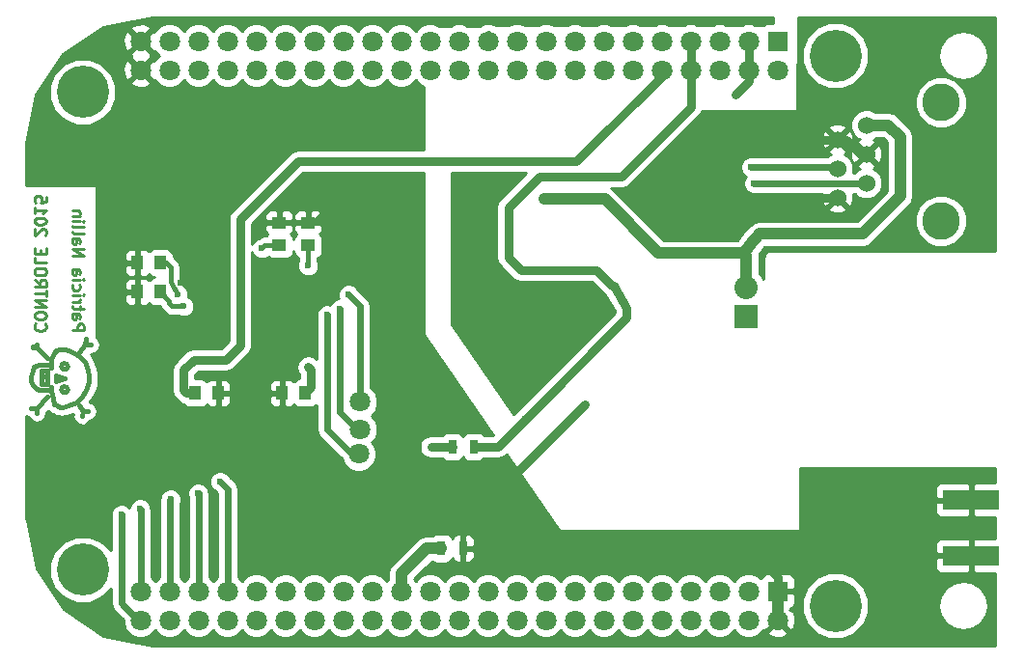
<source format=gbr>
G04 #@! TF.FileFunction,Copper,L2,Bot,Signal*
%FSLAX46Y46*%
G04 Gerber Fmt 4.6, Leading zero omitted, Abs format (unit mm)*
G04 Created by KiCad (PCBNEW 0.201506030104+5696~23~ubuntu14.04.1-product) date Seg 26 Out 2015 11:53:51 BRST*
%MOMM*%
G01*
G04 APERTURE LIST*
%ADD10C,0.100000*%
%ADD11C,0.250000*%
%ADD12C,0.381000*%
%ADD13R,1.000000X1.250000*%
%ADD14R,1.250000X1.000000*%
%ADD15R,0.700000X1.300000*%
%ADD16C,1.524000*%
%ADD17C,3.300000*%
%ADD18R,5.000000X1.800000*%
%ADD19R,2.032000X2.032000*%
%ADD20O,2.032000X2.032000*%
%ADD21C,4.572000*%
%ADD22R,1.800000X1.800000*%
%ADD23C,1.800000*%
%ADD24C,0.600000*%
%ADD25C,0.800000*%
%ADD26C,1.000000*%
%ADD27C,0.400000*%
%ADD28C,0.600000*%
%ADD29C,0.254000*%
G04 APERTURE END LIST*
D10*
D11*
X110112819Y-104968705D02*
X111112819Y-104968705D01*
X111112819Y-104587752D01*
X111065200Y-104492514D01*
X111017581Y-104444895D01*
X110922343Y-104397276D01*
X110779486Y-104397276D01*
X110684248Y-104444895D01*
X110636629Y-104492514D01*
X110589010Y-104587752D01*
X110589010Y-104968705D01*
X110112819Y-103540133D02*
X110636629Y-103540133D01*
X110731867Y-103587752D01*
X110779486Y-103682990D01*
X110779486Y-103873467D01*
X110731867Y-103968705D01*
X110160438Y-103540133D02*
X110112819Y-103635371D01*
X110112819Y-103873467D01*
X110160438Y-103968705D01*
X110255676Y-104016324D01*
X110350914Y-104016324D01*
X110446152Y-103968705D01*
X110493771Y-103873467D01*
X110493771Y-103635371D01*
X110541390Y-103540133D01*
X110779486Y-103206800D02*
X110779486Y-102825848D01*
X111112819Y-103063943D02*
X110255676Y-103063943D01*
X110160438Y-103016324D01*
X110112819Y-102921086D01*
X110112819Y-102825848D01*
X110112819Y-102492514D02*
X110779486Y-102492514D01*
X110589010Y-102492514D02*
X110684248Y-102444895D01*
X110731867Y-102397276D01*
X110779486Y-102302038D01*
X110779486Y-102206799D01*
X110112819Y-101873466D02*
X110779486Y-101873466D01*
X111160438Y-101778228D02*
X111017581Y-101921085D01*
X110160438Y-100968704D02*
X110112819Y-101063942D01*
X110112819Y-101254419D01*
X110160438Y-101349657D01*
X110208057Y-101397276D01*
X110303295Y-101444895D01*
X110589010Y-101444895D01*
X110684248Y-101397276D01*
X110731867Y-101349657D01*
X110779486Y-101254419D01*
X110779486Y-101063942D01*
X110731867Y-100968704D01*
X110112819Y-100540133D02*
X110779486Y-100540133D01*
X111112819Y-100540133D02*
X111065200Y-100587752D01*
X111017581Y-100540133D01*
X111065200Y-100492514D01*
X111112819Y-100540133D01*
X111017581Y-100540133D01*
X110112819Y-99635371D02*
X110636629Y-99635371D01*
X110731867Y-99682990D01*
X110779486Y-99778228D01*
X110779486Y-99968705D01*
X110731867Y-100063943D01*
X110160438Y-99635371D02*
X110112819Y-99730609D01*
X110112819Y-99968705D01*
X110160438Y-100063943D01*
X110255676Y-100111562D01*
X110350914Y-100111562D01*
X110446152Y-100063943D01*
X110493771Y-99968705D01*
X110493771Y-99730609D01*
X110541390Y-99635371D01*
X110112819Y-98397276D02*
X111112819Y-98397276D01*
X110112819Y-97825847D01*
X111112819Y-97825847D01*
X110112819Y-96921085D02*
X110636629Y-96921085D01*
X110731867Y-96968704D01*
X110779486Y-97063942D01*
X110779486Y-97254419D01*
X110731867Y-97349657D01*
X110160438Y-96921085D02*
X110112819Y-97016323D01*
X110112819Y-97254419D01*
X110160438Y-97349657D01*
X110255676Y-97397276D01*
X110350914Y-97397276D01*
X110446152Y-97349657D01*
X110493771Y-97254419D01*
X110493771Y-97016323D01*
X110541390Y-96921085D01*
X110112819Y-96302038D02*
X110160438Y-96397276D01*
X110255676Y-96444895D01*
X111112819Y-96444895D01*
X110112819Y-95778228D02*
X110160438Y-95873466D01*
X110255676Y-95921085D01*
X111112819Y-95921085D01*
X110112819Y-95397275D02*
X110779486Y-95397275D01*
X111112819Y-95397275D02*
X111065200Y-95444894D01*
X111017581Y-95397275D01*
X111065200Y-95349656D01*
X111112819Y-95397275D01*
X111017581Y-95397275D01*
X110779486Y-94921085D02*
X110112819Y-94921085D01*
X110684248Y-94921085D02*
X110731867Y-94873466D01*
X110779486Y-94778228D01*
X110779486Y-94635370D01*
X110731867Y-94540132D01*
X110636629Y-94492513D01*
X110112819Y-94492513D01*
X106908057Y-104397276D02*
X106860438Y-104444895D01*
X106812819Y-104587752D01*
X106812819Y-104682990D01*
X106860438Y-104825848D01*
X106955676Y-104921086D01*
X107050914Y-104968705D01*
X107241390Y-105016324D01*
X107384248Y-105016324D01*
X107574724Y-104968705D01*
X107669962Y-104921086D01*
X107765200Y-104825848D01*
X107812819Y-104682990D01*
X107812819Y-104587752D01*
X107765200Y-104444895D01*
X107717581Y-104397276D01*
X107812819Y-103778229D02*
X107812819Y-103587752D01*
X107765200Y-103492514D01*
X107669962Y-103397276D01*
X107479486Y-103349657D01*
X107146152Y-103349657D01*
X106955676Y-103397276D01*
X106860438Y-103492514D01*
X106812819Y-103587752D01*
X106812819Y-103778229D01*
X106860438Y-103873467D01*
X106955676Y-103968705D01*
X107146152Y-104016324D01*
X107479486Y-104016324D01*
X107669962Y-103968705D01*
X107765200Y-103873467D01*
X107812819Y-103778229D01*
X106812819Y-102921086D02*
X107812819Y-102921086D01*
X106812819Y-102349657D01*
X107812819Y-102349657D01*
X107812819Y-102016324D02*
X107812819Y-101444895D01*
X106812819Y-101730610D02*
X107812819Y-101730610D01*
X106812819Y-100540133D02*
X107289010Y-100873467D01*
X106812819Y-101111562D02*
X107812819Y-101111562D01*
X107812819Y-100730609D01*
X107765200Y-100635371D01*
X107717581Y-100587752D01*
X107622343Y-100540133D01*
X107479486Y-100540133D01*
X107384248Y-100587752D01*
X107336629Y-100635371D01*
X107289010Y-100730609D01*
X107289010Y-101111562D01*
X107812819Y-99921086D02*
X107812819Y-99730609D01*
X107765200Y-99635371D01*
X107669962Y-99540133D01*
X107479486Y-99492514D01*
X107146152Y-99492514D01*
X106955676Y-99540133D01*
X106860438Y-99635371D01*
X106812819Y-99730609D01*
X106812819Y-99921086D01*
X106860438Y-100016324D01*
X106955676Y-100111562D01*
X107146152Y-100159181D01*
X107479486Y-100159181D01*
X107669962Y-100111562D01*
X107765200Y-100016324D01*
X107812819Y-99921086D01*
X106812819Y-98587752D02*
X106812819Y-99063943D01*
X107812819Y-99063943D01*
X107336629Y-98254419D02*
X107336629Y-97921085D01*
X106812819Y-97778228D02*
X106812819Y-98254419D01*
X107812819Y-98254419D01*
X107812819Y-97778228D01*
X107717581Y-96635371D02*
X107765200Y-96587752D01*
X107812819Y-96492514D01*
X107812819Y-96254418D01*
X107765200Y-96159180D01*
X107717581Y-96111561D01*
X107622343Y-96063942D01*
X107527105Y-96063942D01*
X107384248Y-96111561D01*
X106812819Y-96682990D01*
X106812819Y-96063942D01*
X107812819Y-95444895D02*
X107812819Y-95349656D01*
X107765200Y-95254418D01*
X107717581Y-95206799D01*
X107622343Y-95159180D01*
X107431867Y-95111561D01*
X107193771Y-95111561D01*
X107003295Y-95159180D01*
X106908057Y-95206799D01*
X106860438Y-95254418D01*
X106812819Y-95349656D01*
X106812819Y-95444895D01*
X106860438Y-95540133D01*
X106908057Y-95587752D01*
X107003295Y-95635371D01*
X107193771Y-95682990D01*
X107431867Y-95682990D01*
X107622343Y-95635371D01*
X107717581Y-95587752D01*
X107765200Y-95540133D01*
X107812819Y-95444895D01*
X106812819Y-94159180D02*
X106812819Y-94730609D01*
X106812819Y-94444895D02*
X107812819Y-94444895D01*
X107669962Y-94540133D01*
X107574724Y-94635371D01*
X107527105Y-94730609D01*
X107812819Y-93254418D02*
X107812819Y-93730609D01*
X107336629Y-93778228D01*
X107384248Y-93730609D01*
X107431867Y-93635371D01*
X107431867Y-93397275D01*
X107384248Y-93302037D01*
X107336629Y-93254418D01*
X107241390Y-93206799D01*
X107003295Y-93206799D01*
X106908057Y-93254418D01*
X106860438Y-93302037D01*
X106812819Y-93397275D01*
X106812819Y-93635371D01*
X106860438Y-93730609D01*
X106908057Y-93778228D01*
D12*
X107035600Y-106502200D02*
X106654600Y-106502200D01*
X106654600Y-106502200D02*
X106654600Y-106375200D01*
X107924600Y-107391200D02*
X107035600Y-106502200D01*
X107035600Y-106502200D02*
X107035600Y-106248200D01*
X111099600Y-112090200D02*
X110972600Y-112471200D01*
X111099600Y-112090200D02*
X111480600Y-112090200D01*
X110718600Y-111582200D02*
X111099600Y-112090200D01*
X107035600Y-111836200D02*
X106527600Y-111836200D01*
X107035600Y-111836200D02*
X107035600Y-112217200D01*
X107924600Y-110820200D02*
X107035600Y-111836200D01*
X111226600Y-106248200D02*
X111353600Y-105740200D01*
X111226600Y-106248200D02*
X111734600Y-106248200D01*
X110718600Y-106883200D02*
X111226600Y-106248200D01*
X107797600Y-109042200D02*
X107543600Y-109042200D01*
X107924600Y-109677200D02*
X107924600Y-108534200D01*
X107924600Y-108534200D02*
X107416600Y-108534200D01*
X107416600Y-108534200D02*
X107416600Y-109677200D01*
X107416600Y-109677200D02*
X107924600Y-109677200D01*
X109732581Y-110185200D02*
G75*
G03X109732581Y-110185200I-283981J0D01*
G01*
X109732581Y-108153200D02*
G75*
G03X109732581Y-108153200I-283981J0D01*
G01*
X109448600Y-109169200D02*
X108686600Y-108915200D01*
X108686600Y-108915200D02*
X108686600Y-109423200D01*
X108686600Y-109423200D02*
X109448600Y-109169200D01*
X107162600Y-110185200D02*
X106908600Y-110058200D01*
X106908600Y-110058200D02*
X106654600Y-109804200D01*
X106654600Y-109804200D02*
X106527600Y-109423200D01*
X108305600Y-108026200D02*
X107543600Y-108026200D01*
X107543600Y-108026200D02*
X107162600Y-108026200D01*
X107162600Y-108026200D02*
X106781600Y-108153200D01*
X106781600Y-108153200D02*
X106654600Y-108534200D01*
X106654600Y-108534200D02*
X106527600Y-109042200D01*
X106527600Y-109042200D02*
X106527600Y-109423200D01*
X107162600Y-110185200D02*
X107543600Y-110185200D01*
X107543600Y-110185200D02*
X108305600Y-110185200D01*
X109067600Y-111709200D02*
X108813600Y-111582200D01*
X108813600Y-111582200D02*
X108559600Y-111455200D01*
X108559600Y-111455200D02*
X108432600Y-110947200D01*
X108432600Y-110947200D02*
X108305600Y-110312200D01*
X108305600Y-110312200D02*
X108305600Y-109931200D01*
X109067600Y-111709200D02*
X109321600Y-111709200D01*
X109321600Y-111709200D02*
X109829600Y-111582200D01*
X109829600Y-111582200D02*
X110464600Y-111328200D01*
X110464600Y-111328200D02*
X110972600Y-110820200D01*
X110972600Y-110820200D02*
X111353600Y-110185200D01*
X111353600Y-110185200D02*
X111607600Y-109550200D01*
X111607600Y-109550200D02*
X111607600Y-109042200D01*
X111607600Y-109042200D02*
X111480600Y-108407200D01*
X111480600Y-108407200D02*
X111226600Y-107772200D01*
X111226600Y-107772200D02*
X110718600Y-107264200D01*
X110718600Y-107264200D02*
X110337600Y-107010200D01*
X110337600Y-107010200D02*
X109829600Y-106756200D01*
X109829600Y-106756200D02*
X109448600Y-106629200D01*
X109448600Y-106629200D02*
X109067600Y-106629200D01*
X109067600Y-106629200D02*
X108686600Y-106756200D01*
X108686600Y-106756200D02*
X108559600Y-107010200D01*
X108559600Y-107010200D02*
X108305600Y-107518200D01*
X108305600Y-107518200D02*
X108305600Y-107899200D01*
X108305600Y-107899200D02*
X108305600Y-108280200D01*
D13*
X130540000Y-110490000D03*
X128540000Y-110490000D03*
X117840000Y-99060000D03*
X115840000Y-99060000D03*
X117840000Y-101600000D03*
X115840000Y-101600000D03*
D14*
X130810000Y-95520000D03*
X130810000Y-97520000D03*
D13*
X122920000Y-110490000D03*
X120920000Y-110490000D03*
D14*
X128270000Y-97520000D03*
X128270000Y-95520000D03*
D15*
X145349000Y-115189000D03*
X143449000Y-115189000D03*
D16*
X177251340Y-90774520D03*
X177251340Y-88234520D03*
X177251340Y-93314520D03*
X179791340Y-86964520D03*
X179791340Y-89504520D03*
X179791340Y-92044520D03*
D17*
X186319140Y-95356680D03*
X186321680Y-84983320D03*
D18*
X188976000Y-119861000D03*
X188976000Y-124741000D03*
D15*
X142509200Y-124104400D03*
X144409200Y-124104400D03*
D19*
X169265600Y-103784400D03*
D20*
X169265600Y-101244400D03*
D21*
X111036100Y-84048600D03*
X177076100Y-80873600D03*
X177076100Y-129133600D03*
X111036100Y-125958600D03*
D22*
X171996100Y-79603600D03*
D23*
X171996100Y-82143600D03*
X169456100Y-79603600D03*
X169456100Y-82143600D03*
X166916100Y-79603600D03*
X166916100Y-82143600D03*
X164376100Y-79603600D03*
X164376100Y-82143600D03*
X161836100Y-79603600D03*
X161836100Y-82143600D03*
X159296100Y-79603600D03*
X159296100Y-82143600D03*
X156756100Y-79603600D03*
X156756100Y-82143600D03*
X154216100Y-79603600D03*
X154216100Y-82143600D03*
X151676100Y-79603600D03*
X151676100Y-82143600D03*
X149136100Y-79603600D03*
X149136100Y-82143600D03*
X146596100Y-79603600D03*
X146596100Y-82143600D03*
X144056100Y-79603600D03*
X144056100Y-82143600D03*
X141516100Y-79603600D03*
X141516100Y-82143600D03*
X138976100Y-79603600D03*
X138976100Y-82143600D03*
X136436100Y-79603600D03*
X136436100Y-82143600D03*
X133896100Y-79603600D03*
X133896100Y-82143600D03*
X131356100Y-79603600D03*
X131356100Y-82143600D03*
X128816100Y-79603600D03*
X128816100Y-82143600D03*
X126276100Y-79603600D03*
X126276100Y-82143600D03*
X123736100Y-79603600D03*
X123736100Y-82143600D03*
X121196100Y-79603600D03*
X121196100Y-82143600D03*
X118656100Y-79603600D03*
X118656100Y-82143600D03*
X116116100Y-79603600D03*
X116116100Y-82143600D03*
D22*
X171996100Y-127863600D03*
D23*
X171996100Y-130403600D03*
X169456100Y-127863600D03*
X169456100Y-130403600D03*
X166916100Y-127863600D03*
X166916100Y-130403600D03*
X164376100Y-127863600D03*
X164376100Y-130403600D03*
X161836100Y-127863600D03*
X161836100Y-130403600D03*
X159296100Y-127863600D03*
X159296100Y-130403600D03*
X156756100Y-127863600D03*
X156756100Y-130403600D03*
X154216100Y-127863600D03*
X154216100Y-130403600D03*
X151676100Y-127863600D03*
X151676100Y-130403600D03*
X149136100Y-127863600D03*
X149136100Y-130403600D03*
X146596100Y-127863600D03*
X146596100Y-130403600D03*
X144056100Y-127863600D03*
X144056100Y-130403600D03*
X141516100Y-127863600D03*
X141516100Y-130403600D03*
X138976100Y-127863600D03*
X138976100Y-130403600D03*
X136436100Y-127863600D03*
X136436100Y-130403600D03*
X133896100Y-127863600D03*
X133896100Y-130403600D03*
X131356100Y-127863600D03*
X131356100Y-130403600D03*
X128816100Y-127863600D03*
X128816100Y-130403600D03*
X126276100Y-127863600D03*
X126276100Y-130403600D03*
X123736100Y-127863600D03*
X123736100Y-130403600D03*
X121196100Y-127863600D03*
X121196100Y-130403600D03*
X118656100Y-127863600D03*
X118656100Y-130403600D03*
X116116100Y-127863600D03*
X116116100Y-130403600D03*
D24*
X158750000Y-102997000D03*
X151511000Y-93472000D03*
X167005000Y-93980000D03*
X150622000Y-102616000D03*
X149606000Y-108585000D03*
X168275000Y-84328000D03*
X130810000Y-108204000D03*
X119380000Y-101854000D03*
X126746000Y-97790000D03*
X130810000Y-99314000D03*
X125603000Y-110744000D03*
X134239000Y-92456000D03*
X119634000Y-100838000D03*
X155067000Y-111506000D03*
X139954000Y-112903000D03*
X119888000Y-102870000D03*
X119888000Y-108458000D03*
X141605000Y-115189000D03*
X169926000Y-92075000D03*
X169672000Y-90678000D03*
D23*
X135255000Y-115824000D03*
D24*
X132475111Y-103632000D03*
D23*
X135382000Y-113665000D03*
D24*
X133604000Y-103124000D03*
X135382000Y-106045000D03*
X134366000Y-101854000D03*
D23*
X135382000Y-111252000D03*
D24*
X123063000Y-118237000D03*
X121158000Y-119253000D03*
X118745000Y-119761000D03*
X116078000Y-120650000D03*
X114427000Y-121158000D03*
X140335000Y-124968000D03*
D25*
X164376100Y-85432900D02*
X158343600Y-91465400D01*
X164376100Y-82143600D02*
X164376100Y-85432900D01*
X164376100Y-79603600D02*
X164376100Y-82143600D01*
X149923500Y-112712500D02*
X148209000Y-114427000D01*
X147447000Y-115189000D02*
X145349000Y-115189000D01*
X148209000Y-114427000D02*
X147447000Y-115189000D01*
X158750000Y-102997000D02*
X158750000Y-103886000D01*
X158750000Y-103886000D02*
X149923500Y-112712500D01*
X149923500Y-112712500D02*
X149860000Y-112776000D01*
X157480000Y-101092000D02*
X157607000Y-101092000D01*
X157607000Y-101092000D02*
X158750000Y-102997000D01*
X158343600Y-91465400D02*
X151079200Y-91465400D01*
X151079200Y-91465400D02*
X148361400Y-94183200D01*
X148361400Y-94183200D02*
X148361400Y-98577400D01*
X148361400Y-98577400D02*
X149479000Y-99695000D01*
X149479000Y-99695000D02*
X156083000Y-99695000D01*
X156083000Y-99695000D02*
X157480000Y-101092000D01*
D26*
X171450000Y-96520000D02*
X170434000Y-96520000D01*
X170434000Y-96520000D02*
X170053000Y-96901000D01*
X170053000Y-96901000D02*
X169799000Y-97155000D01*
X169799000Y-97155000D02*
X169037000Y-98171000D01*
X179885340Y-86964520D02*
X181706520Y-86964520D01*
X182753000Y-88011000D02*
X181706520Y-86964520D01*
X182753000Y-93218000D02*
X182753000Y-88011000D01*
X179451000Y-96520000D02*
X182753000Y-93218000D01*
X171450000Y-96520000D02*
X179451000Y-96520000D01*
X169037000Y-98171000D02*
X161544000Y-98171000D01*
X161544000Y-98171000D02*
X156845000Y-93472000D01*
X156845000Y-93472000D02*
X151511000Y-93472000D01*
X169265600Y-98399600D02*
X169037000Y-98171000D01*
X169265600Y-101244400D02*
X169265600Y-98399600D01*
D25*
X177980340Y-88234520D02*
X169575480Y-88234520D01*
X169575480Y-88234520D02*
X167005000Y-90805000D01*
X167005000Y-90805000D02*
X167005000Y-93980000D01*
X179293520Y-89504520D02*
X178023520Y-88234520D01*
X167680817Y-93304183D02*
X177165000Y-93345000D01*
X167005000Y-93980000D02*
X167680817Y-93304183D01*
D26*
X150622000Y-102616000D02*
X150622000Y-107315000D01*
X150622000Y-107315000D02*
X150622000Y-107696000D01*
X150622000Y-107696000D02*
X149733000Y-108585000D01*
X149733000Y-108585000D02*
X149606000Y-108585000D01*
D25*
X169456100Y-82143600D02*
X169456100Y-83146900D01*
X169456100Y-83146900D02*
X168275000Y-84328000D01*
X169456100Y-82143600D02*
X169456100Y-79603600D01*
X131064000Y-109966000D02*
X130540000Y-110490000D01*
X131064000Y-108458000D02*
X131064000Y-109966000D01*
X130810000Y-108204000D02*
X131064000Y-108458000D01*
D27*
X119380000Y-101854000D02*
X118745000Y-100711000D01*
X118745000Y-100711000D02*
X118745000Y-99441000D01*
X118745000Y-99441000D02*
X118364000Y-99060000D01*
X118364000Y-99060000D02*
X117840000Y-99060000D01*
X126746000Y-97790000D02*
X127016000Y-97520000D01*
X127016000Y-97520000D02*
X128270000Y-97520000D01*
X130810000Y-99314000D02*
X130810000Y-97520000D01*
D25*
X171996100Y-126657100D02*
X169545000Y-124206000D01*
X169545000Y-124206000D02*
X153670000Y-124206000D01*
X153670000Y-124206000D02*
X148844000Y-119380000D01*
X148844000Y-119380000D02*
X148844000Y-117729000D01*
D27*
X122920000Y-110490000D02*
X125349000Y-110490000D01*
X125349000Y-110490000D02*
X125603000Y-110744000D01*
X131175000Y-95520000D02*
X134239000Y-92456000D01*
X130810000Y-95520000D02*
X131175000Y-95520000D01*
D25*
X148844000Y-117729000D02*
X155067000Y-111506000D01*
D26*
X171996100Y-130403600D02*
X171996100Y-127863600D01*
D25*
X171996100Y-127863600D02*
X171996100Y-126657100D01*
D27*
X119888000Y-102870000D02*
X118872000Y-102870000D01*
X118872000Y-102870000D02*
X118618000Y-102616000D01*
X118618000Y-102616000D02*
X118618000Y-102378000D01*
X118618000Y-102378000D02*
X117840000Y-101600000D01*
D25*
X162331400Y-82143600D02*
X154355800Y-90119200D01*
X154355800Y-90119200D02*
X129971800Y-90119200D01*
X129971800Y-90119200D02*
X124841000Y-95250000D01*
D27*
X161836100Y-82143600D02*
X162331400Y-82143600D01*
D25*
X119888000Y-108458000D02*
X119888000Y-110236000D01*
X120142000Y-110490000D02*
X120920000Y-110490000D01*
X119888000Y-110236000D02*
X120142000Y-110490000D01*
X120777000Y-107569000D02*
X119888000Y-108458000D01*
X124841000Y-95250000D02*
X124841000Y-106299000D01*
X124841000Y-106299000D02*
X123571000Y-107569000D01*
X123571000Y-107569000D02*
X120777000Y-107569000D01*
X143449000Y-115189000D02*
X141605000Y-115189000D01*
D28*
X169926000Y-92075000D02*
X169956480Y-92044520D01*
X169956480Y-92044520D02*
X179758340Y-92044520D01*
X169641520Y-90647520D02*
X177218340Y-90647520D01*
X169672000Y-90678000D02*
X169641520Y-90647520D01*
X132461000Y-103646111D02*
X132475111Y-103632000D01*
X132461000Y-103646111D02*
X132461000Y-113665000D01*
X132461000Y-113665000D02*
X134620000Y-115824000D01*
X135255000Y-115824000D02*
X134620000Y-115824000D01*
X133604000Y-112141000D02*
X133604000Y-103124000D01*
X133604000Y-112141000D02*
X135206154Y-113743154D01*
X135382000Y-113665000D02*
X135206154Y-113743154D01*
X135382000Y-102870000D02*
X135382000Y-106045000D01*
X134366000Y-101854000D02*
X135382000Y-102870000D01*
X135382000Y-106045000D02*
X135382000Y-111252000D01*
X123736100Y-118910100D02*
X123736100Y-127863600D01*
X123063000Y-118237000D02*
X123736100Y-118910100D01*
X121196100Y-127863600D02*
X121196100Y-119291100D01*
D27*
X121196100Y-119291100D02*
X121158000Y-119253000D01*
X118745000Y-119761000D02*
X118656100Y-119849900D01*
D28*
X118656100Y-119849900D02*
X118656100Y-127863600D01*
D27*
X116116100Y-120688100D02*
X116078000Y-120650000D01*
D28*
X116116100Y-127863600D02*
X116116100Y-120688100D01*
D27*
X115925600Y-130403600D02*
X116116100Y-130403600D01*
D28*
X114427000Y-128905000D02*
X115925600Y-130403600D01*
X114427000Y-121158000D02*
X114427000Y-128905000D01*
D26*
X138976100Y-127863600D02*
X138976100Y-126326900D01*
X138976100Y-126326900D02*
X140335000Y-124968000D01*
X141198600Y-124104400D02*
X140335000Y-124968000D01*
X142509200Y-124104400D02*
X141198600Y-124104400D01*
D28*
X146596100Y-79603600D02*
X146596100Y-78981300D01*
D29*
G36*
X157715000Y-103457288D02*
X149191644Y-111980644D01*
X149191641Y-111980647D01*
X149128144Y-112044144D01*
X149128142Y-112044146D01*
X148862896Y-112309391D01*
X143383000Y-104480967D01*
X143383000Y-91154200D01*
X149926688Y-91154200D01*
X147629544Y-93451344D01*
X147405185Y-93787123D01*
X147326399Y-94183200D01*
X147326400Y-94183205D01*
X147326400Y-98577394D01*
X147326399Y-98577400D01*
X147405185Y-98973477D01*
X147629544Y-99309256D01*
X148747141Y-100426852D01*
X148747144Y-100426856D01*
X149082923Y-100651215D01*
X149479000Y-100730001D01*
X149479000Y-100730000D01*
X149479005Y-100730000D01*
X155654288Y-100730000D01*
X156748141Y-101823852D01*
X156748144Y-101823856D01*
X156899977Y-101925306D01*
X156899977Y-101925307D01*
X157715000Y-103283678D01*
X157715000Y-103457288D01*
X157715000Y-103457288D01*
G37*
X157715000Y-103457288D02*
X149191644Y-111980644D01*
X149191641Y-111980647D01*
X149128144Y-112044144D01*
X149128142Y-112044146D01*
X148862896Y-112309391D01*
X143383000Y-104480967D01*
X143383000Y-91154200D01*
X149926688Y-91154200D01*
X147629544Y-93451344D01*
X147405185Y-93787123D01*
X147326399Y-94183200D01*
X147326400Y-94183205D01*
X147326400Y-98577394D01*
X147326399Y-98577400D01*
X147405185Y-98973477D01*
X147629544Y-99309256D01*
X148747141Y-100426852D01*
X148747144Y-100426856D01*
X149082923Y-100651215D01*
X149479000Y-100730001D01*
X149479000Y-100730000D01*
X149479005Y-100730000D01*
X155654288Y-100730000D01*
X156748141Y-101823852D01*
X156748144Y-101823856D01*
X156899977Y-101925306D01*
X156899977Y-101925307D01*
X157715000Y-103283678D01*
X157715000Y-103457288D01*
G36*
X191065000Y-97990000D02*
X190455000Y-97990000D01*
X190455000Y-80873600D01*
X190288677Y-80037437D01*
X189815028Y-79328572D01*
X189106163Y-78854923D01*
X188270000Y-78688600D01*
X187433837Y-78854923D01*
X186724972Y-79328572D01*
X186251323Y-80037437D01*
X186085000Y-80873600D01*
X186251323Y-81709763D01*
X186724972Y-82418628D01*
X187433837Y-82892277D01*
X188270000Y-83058600D01*
X189106163Y-82892277D01*
X189815028Y-82418628D01*
X190288677Y-81709763D01*
X190455000Y-80873600D01*
X190455000Y-97990000D01*
X188607076Y-97990000D01*
X188607076Y-84530799D01*
X188259938Y-83690662D01*
X187617719Y-83047321D01*
X186778189Y-82698717D01*
X185869159Y-82697924D01*
X185029022Y-83045062D01*
X184385681Y-83687281D01*
X184037077Y-84526811D01*
X184036284Y-85435841D01*
X184383422Y-86275978D01*
X185025641Y-86919319D01*
X185865171Y-87267923D01*
X186774201Y-87268716D01*
X187614338Y-86921578D01*
X188257679Y-86279359D01*
X188606283Y-85439829D01*
X188607076Y-84530799D01*
X188607076Y-97990000D01*
X188604536Y-97990000D01*
X188604536Y-94904159D01*
X188257398Y-94064022D01*
X187615179Y-93420681D01*
X186775649Y-93072077D01*
X185866619Y-93071284D01*
X185026482Y-93418422D01*
X184383141Y-94060641D01*
X184034537Y-94900171D01*
X184033744Y-95809201D01*
X184380882Y-96649338D01*
X185023101Y-97292679D01*
X185862631Y-97641283D01*
X186771661Y-97642076D01*
X187611798Y-97294938D01*
X188255139Y-96652719D01*
X188603743Y-95813189D01*
X188604536Y-94904159D01*
X188604536Y-97990000D01*
X171425000Y-97990000D01*
X171162862Y-98042143D01*
X170940632Y-98190632D01*
X170792143Y-98412862D01*
X170740000Y-98675000D01*
X170740000Y-100487967D01*
X170465378Y-100076967D01*
X170400600Y-100033683D01*
X170400600Y-98399600D01*
X170376220Y-98277038D01*
X170658604Y-97900528D01*
X170855566Y-97703566D01*
X170904132Y-97655000D01*
X171450000Y-97655000D01*
X179451000Y-97655000D01*
X179885345Y-97568603D01*
X179885346Y-97568603D01*
X180253566Y-97322566D01*
X183555566Y-94020566D01*
X183801603Y-93652346D01*
X183801603Y-93652345D01*
X183888000Y-93218000D01*
X183888000Y-88011000D01*
X183801603Y-87576655D01*
X183801603Y-87576654D01*
X183555566Y-87208434D01*
X182509086Y-86161954D01*
X182140866Y-85915917D01*
X181706520Y-85829520D01*
X180632254Y-85829520D01*
X180583710Y-85780891D01*
X180070440Y-85567763D01*
X179997606Y-85567699D01*
X179997606Y-80295126D01*
X179553847Y-79221148D01*
X178732874Y-78398740D01*
X177659672Y-77953108D01*
X176497626Y-77952094D01*
X175423648Y-78395853D01*
X174601240Y-79216826D01*
X174155608Y-80290028D01*
X174154594Y-81452074D01*
X174598353Y-82526052D01*
X175419326Y-83348460D01*
X176492528Y-83794092D01*
X177654574Y-83795106D01*
X178728552Y-83351347D01*
X179550960Y-82530374D01*
X179996592Y-81457172D01*
X179997606Y-80295126D01*
X179997606Y-85567699D01*
X179514679Y-85567278D01*
X179001037Y-85779510D01*
X178607711Y-86172150D01*
X178394583Y-86685420D01*
X178394098Y-87241181D01*
X178606330Y-87754823D01*
X178998970Y-88148149D01*
X179191067Y-88227914D01*
X179060197Y-88282123D01*
X178990732Y-88524307D01*
X179791340Y-89324915D01*
X180591948Y-88524307D01*
X180522483Y-88282123D01*
X180382022Y-88232011D01*
X180581643Y-88149530D01*
X180631740Y-88099520D01*
X181236388Y-88099520D01*
X181618000Y-88481132D01*
X181618000Y-92747868D01*
X181200484Y-93165384D01*
X181200484Y-89712218D01*
X181172702Y-89157152D01*
X181013737Y-88773377D01*
X180771553Y-88703912D01*
X179970945Y-89504520D01*
X180771553Y-90305128D01*
X181013737Y-90235663D01*
X181200484Y-89712218D01*
X181200484Y-93165384D01*
X181188582Y-93177286D01*
X181188582Y-91767859D01*
X180976350Y-91254217D01*
X180583710Y-90860891D01*
X180391612Y-90781125D01*
X180522483Y-90726917D01*
X180591948Y-90484733D01*
X179791340Y-89684125D01*
X179611735Y-89863730D01*
X179611735Y-89504520D01*
X178811127Y-88703912D01*
X178660484Y-88747120D01*
X178660484Y-88442218D01*
X178632702Y-87887152D01*
X178473737Y-87503377D01*
X178231553Y-87433912D01*
X178051948Y-87613517D01*
X178051948Y-87254307D01*
X177982483Y-87012123D01*
X177459038Y-86825376D01*
X176903972Y-86853158D01*
X176520197Y-87012123D01*
X176450732Y-87254307D01*
X177251340Y-88054915D01*
X178051948Y-87254307D01*
X178051948Y-87613517D01*
X177430945Y-88234520D01*
X178231553Y-89035128D01*
X178473737Y-88965663D01*
X178660484Y-88442218D01*
X178660484Y-88747120D01*
X178568943Y-88773377D01*
X178382196Y-89296822D01*
X178409978Y-89851888D01*
X178568943Y-90235663D01*
X178811127Y-90305128D01*
X179611735Y-89504520D01*
X179611735Y-89863730D01*
X178990732Y-90484733D01*
X179060197Y-90726917D01*
X179200657Y-90777028D01*
X179001037Y-90859510D01*
X178750590Y-91109520D01*
X178624885Y-91109520D01*
X178648097Y-91053620D01*
X178648582Y-90497859D01*
X178436350Y-89984217D01*
X178043710Y-89590891D01*
X177851612Y-89511125D01*
X177982483Y-89456917D01*
X178051948Y-89214733D01*
X177251340Y-88414125D01*
X177071735Y-88593730D01*
X177071735Y-88234520D01*
X176271127Y-87433912D01*
X176028943Y-87503377D01*
X175842196Y-88026822D01*
X175869978Y-88581888D01*
X176028943Y-88965663D01*
X176271127Y-89035128D01*
X177071735Y-88234520D01*
X177071735Y-88593730D01*
X176450732Y-89214733D01*
X176520197Y-89456917D01*
X176660657Y-89507028D01*
X176461037Y-89589510D01*
X176337812Y-89712520D01*
X169641520Y-89712520D01*
X169489092Y-89742839D01*
X169486833Y-89742838D01*
X169484726Y-89743708D01*
X169283711Y-89783693D01*
X168980375Y-89986375D01*
X168777693Y-90289711D01*
X168738029Y-90489111D01*
X168737162Y-90491201D01*
X168737160Y-90493483D01*
X168706520Y-90647520D01*
X168736892Y-90800213D01*
X168736838Y-90863167D01*
X168761090Y-90921862D01*
X168777693Y-91005329D01*
X168824559Y-91075470D01*
X168878883Y-91206943D01*
X168980268Y-91308505D01*
X168980375Y-91308665D01*
X169010564Y-91338854D01*
X169010855Y-91339145D01*
X169141673Y-91470192D01*
X169188811Y-91489765D01*
X169133808Y-91544673D01*
X168991162Y-91888201D01*
X168990838Y-92260167D01*
X169132883Y-92603943D01*
X169264855Y-92736145D01*
X169395673Y-92867192D01*
X169739201Y-93009838D01*
X169926000Y-93010000D01*
X170111167Y-93010162D01*
X170185326Y-92979520D01*
X175887612Y-92979520D01*
X175842196Y-93106822D01*
X175869978Y-93661888D01*
X176028943Y-94045663D01*
X176271127Y-94115128D01*
X177071735Y-93314520D01*
X177057592Y-93300377D01*
X177237197Y-93120772D01*
X177251340Y-93134915D01*
X177265482Y-93120772D01*
X177445087Y-93300377D01*
X177430945Y-93314520D01*
X178231553Y-94115128D01*
X178473737Y-94045663D01*
X178660484Y-93522218D01*
X178633321Y-92979520D01*
X178750774Y-92979520D01*
X178998970Y-93228149D01*
X179512240Y-93441277D01*
X180068001Y-93441762D01*
X180581643Y-93229530D01*
X180974969Y-92836890D01*
X181188097Y-92323620D01*
X181188582Y-91767859D01*
X181188582Y-93177286D01*
X178980868Y-95385000D01*
X178051948Y-95385000D01*
X178051948Y-94294733D01*
X177251340Y-93494125D01*
X176450732Y-94294733D01*
X176520197Y-94536917D01*
X177043642Y-94723664D01*
X177598708Y-94695882D01*
X177982483Y-94536917D01*
X178051948Y-94294733D01*
X178051948Y-95385000D01*
X171450000Y-95385000D01*
X170434000Y-95385000D01*
X169999654Y-95471397D01*
X169631434Y-95717434D01*
X169250434Y-96098434D01*
X168996434Y-96352434D01*
X168951380Y-96419861D01*
X168891000Y-96474000D01*
X168469500Y-97036000D01*
X162014132Y-97036000D01*
X157647566Y-92669434D01*
X157394589Y-92500400D01*
X158343594Y-92500400D01*
X158343600Y-92500401D01*
X158343600Y-92500400D01*
X158739677Y-92421615D01*
X159075456Y-92197256D01*
X165107952Y-86164758D01*
X165107955Y-86164756D01*
X165107956Y-86164756D01*
X165242449Y-85963471D01*
X165332315Y-85828978D01*
X165332315Y-85828977D01*
X165352997Y-85725000D01*
X173609000Y-85725000D01*
X173632718Y-85720282D01*
X173656465Y-85715797D01*
X173656987Y-85715454D01*
X173657601Y-85715333D01*
X173677727Y-85701885D01*
X173697931Y-85688666D01*
X173698282Y-85688150D01*
X173698803Y-85687803D01*
X173712249Y-85667677D01*
X173725858Y-85647732D01*
X173725985Y-85647120D01*
X173726333Y-85646601D01*
X173731050Y-85622884D01*
X173735994Y-85599227D01*
X173814391Y-77485000D01*
X191065000Y-77485000D01*
X191065000Y-97990000D01*
X191065000Y-97990000D01*
G37*
X191065000Y-97990000D02*
X190455000Y-97990000D01*
X190455000Y-80873600D01*
X190288677Y-80037437D01*
X189815028Y-79328572D01*
X189106163Y-78854923D01*
X188270000Y-78688600D01*
X187433837Y-78854923D01*
X186724972Y-79328572D01*
X186251323Y-80037437D01*
X186085000Y-80873600D01*
X186251323Y-81709763D01*
X186724972Y-82418628D01*
X187433837Y-82892277D01*
X188270000Y-83058600D01*
X189106163Y-82892277D01*
X189815028Y-82418628D01*
X190288677Y-81709763D01*
X190455000Y-80873600D01*
X190455000Y-97990000D01*
X188607076Y-97990000D01*
X188607076Y-84530799D01*
X188259938Y-83690662D01*
X187617719Y-83047321D01*
X186778189Y-82698717D01*
X185869159Y-82697924D01*
X185029022Y-83045062D01*
X184385681Y-83687281D01*
X184037077Y-84526811D01*
X184036284Y-85435841D01*
X184383422Y-86275978D01*
X185025641Y-86919319D01*
X185865171Y-87267923D01*
X186774201Y-87268716D01*
X187614338Y-86921578D01*
X188257679Y-86279359D01*
X188606283Y-85439829D01*
X188607076Y-84530799D01*
X188607076Y-97990000D01*
X188604536Y-97990000D01*
X188604536Y-94904159D01*
X188257398Y-94064022D01*
X187615179Y-93420681D01*
X186775649Y-93072077D01*
X185866619Y-93071284D01*
X185026482Y-93418422D01*
X184383141Y-94060641D01*
X184034537Y-94900171D01*
X184033744Y-95809201D01*
X184380882Y-96649338D01*
X185023101Y-97292679D01*
X185862631Y-97641283D01*
X186771661Y-97642076D01*
X187611798Y-97294938D01*
X188255139Y-96652719D01*
X188603743Y-95813189D01*
X188604536Y-94904159D01*
X188604536Y-97990000D01*
X171425000Y-97990000D01*
X171162862Y-98042143D01*
X170940632Y-98190632D01*
X170792143Y-98412862D01*
X170740000Y-98675000D01*
X170740000Y-100487967D01*
X170465378Y-100076967D01*
X170400600Y-100033683D01*
X170400600Y-98399600D01*
X170376220Y-98277038D01*
X170658604Y-97900528D01*
X170855566Y-97703566D01*
X170904132Y-97655000D01*
X171450000Y-97655000D01*
X179451000Y-97655000D01*
X179885345Y-97568603D01*
X179885346Y-97568603D01*
X180253566Y-97322566D01*
X183555566Y-94020566D01*
X183801603Y-93652346D01*
X183801603Y-93652345D01*
X183888000Y-93218000D01*
X183888000Y-88011000D01*
X183801603Y-87576655D01*
X183801603Y-87576654D01*
X183555566Y-87208434D01*
X182509086Y-86161954D01*
X182140866Y-85915917D01*
X181706520Y-85829520D01*
X180632254Y-85829520D01*
X180583710Y-85780891D01*
X180070440Y-85567763D01*
X179997606Y-85567699D01*
X179997606Y-80295126D01*
X179553847Y-79221148D01*
X178732874Y-78398740D01*
X177659672Y-77953108D01*
X176497626Y-77952094D01*
X175423648Y-78395853D01*
X174601240Y-79216826D01*
X174155608Y-80290028D01*
X174154594Y-81452074D01*
X174598353Y-82526052D01*
X175419326Y-83348460D01*
X176492528Y-83794092D01*
X177654574Y-83795106D01*
X178728552Y-83351347D01*
X179550960Y-82530374D01*
X179996592Y-81457172D01*
X179997606Y-80295126D01*
X179997606Y-85567699D01*
X179514679Y-85567278D01*
X179001037Y-85779510D01*
X178607711Y-86172150D01*
X178394583Y-86685420D01*
X178394098Y-87241181D01*
X178606330Y-87754823D01*
X178998970Y-88148149D01*
X179191067Y-88227914D01*
X179060197Y-88282123D01*
X178990732Y-88524307D01*
X179791340Y-89324915D01*
X180591948Y-88524307D01*
X180522483Y-88282123D01*
X180382022Y-88232011D01*
X180581643Y-88149530D01*
X180631740Y-88099520D01*
X181236388Y-88099520D01*
X181618000Y-88481132D01*
X181618000Y-92747868D01*
X181200484Y-93165384D01*
X181200484Y-89712218D01*
X181172702Y-89157152D01*
X181013737Y-88773377D01*
X180771553Y-88703912D01*
X179970945Y-89504520D01*
X180771553Y-90305128D01*
X181013737Y-90235663D01*
X181200484Y-89712218D01*
X181200484Y-93165384D01*
X181188582Y-93177286D01*
X181188582Y-91767859D01*
X180976350Y-91254217D01*
X180583710Y-90860891D01*
X180391612Y-90781125D01*
X180522483Y-90726917D01*
X180591948Y-90484733D01*
X179791340Y-89684125D01*
X179611735Y-89863730D01*
X179611735Y-89504520D01*
X178811127Y-88703912D01*
X178660484Y-88747120D01*
X178660484Y-88442218D01*
X178632702Y-87887152D01*
X178473737Y-87503377D01*
X178231553Y-87433912D01*
X178051948Y-87613517D01*
X178051948Y-87254307D01*
X177982483Y-87012123D01*
X177459038Y-86825376D01*
X176903972Y-86853158D01*
X176520197Y-87012123D01*
X176450732Y-87254307D01*
X177251340Y-88054915D01*
X178051948Y-87254307D01*
X178051948Y-87613517D01*
X177430945Y-88234520D01*
X178231553Y-89035128D01*
X178473737Y-88965663D01*
X178660484Y-88442218D01*
X178660484Y-88747120D01*
X178568943Y-88773377D01*
X178382196Y-89296822D01*
X178409978Y-89851888D01*
X178568943Y-90235663D01*
X178811127Y-90305128D01*
X179611735Y-89504520D01*
X179611735Y-89863730D01*
X178990732Y-90484733D01*
X179060197Y-90726917D01*
X179200657Y-90777028D01*
X179001037Y-90859510D01*
X178750590Y-91109520D01*
X178624885Y-91109520D01*
X178648097Y-91053620D01*
X178648582Y-90497859D01*
X178436350Y-89984217D01*
X178043710Y-89590891D01*
X177851612Y-89511125D01*
X177982483Y-89456917D01*
X178051948Y-89214733D01*
X177251340Y-88414125D01*
X177071735Y-88593730D01*
X177071735Y-88234520D01*
X176271127Y-87433912D01*
X176028943Y-87503377D01*
X175842196Y-88026822D01*
X175869978Y-88581888D01*
X176028943Y-88965663D01*
X176271127Y-89035128D01*
X177071735Y-88234520D01*
X177071735Y-88593730D01*
X176450732Y-89214733D01*
X176520197Y-89456917D01*
X176660657Y-89507028D01*
X176461037Y-89589510D01*
X176337812Y-89712520D01*
X169641520Y-89712520D01*
X169489092Y-89742839D01*
X169486833Y-89742838D01*
X169484726Y-89743708D01*
X169283711Y-89783693D01*
X168980375Y-89986375D01*
X168777693Y-90289711D01*
X168738029Y-90489111D01*
X168737162Y-90491201D01*
X168737160Y-90493483D01*
X168706520Y-90647520D01*
X168736892Y-90800213D01*
X168736838Y-90863167D01*
X168761090Y-90921862D01*
X168777693Y-91005329D01*
X168824559Y-91075470D01*
X168878883Y-91206943D01*
X168980268Y-91308505D01*
X168980375Y-91308665D01*
X169010564Y-91338854D01*
X169010855Y-91339145D01*
X169141673Y-91470192D01*
X169188811Y-91489765D01*
X169133808Y-91544673D01*
X168991162Y-91888201D01*
X168990838Y-92260167D01*
X169132883Y-92603943D01*
X169264855Y-92736145D01*
X169395673Y-92867192D01*
X169739201Y-93009838D01*
X169926000Y-93010000D01*
X170111167Y-93010162D01*
X170185326Y-92979520D01*
X175887612Y-92979520D01*
X175842196Y-93106822D01*
X175869978Y-93661888D01*
X176028943Y-94045663D01*
X176271127Y-94115128D01*
X177071735Y-93314520D01*
X177057592Y-93300377D01*
X177237197Y-93120772D01*
X177251340Y-93134915D01*
X177265482Y-93120772D01*
X177445087Y-93300377D01*
X177430945Y-93314520D01*
X178231553Y-94115128D01*
X178473737Y-94045663D01*
X178660484Y-93522218D01*
X178633321Y-92979520D01*
X178750774Y-92979520D01*
X178998970Y-93228149D01*
X179512240Y-93441277D01*
X180068001Y-93441762D01*
X180581643Y-93229530D01*
X180974969Y-92836890D01*
X181188097Y-92323620D01*
X181188582Y-91767859D01*
X181188582Y-93177286D01*
X178980868Y-95385000D01*
X178051948Y-95385000D01*
X178051948Y-94294733D01*
X177251340Y-93494125D01*
X176450732Y-94294733D01*
X176520197Y-94536917D01*
X177043642Y-94723664D01*
X177598708Y-94695882D01*
X177982483Y-94536917D01*
X178051948Y-94294733D01*
X178051948Y-95385000D01*
X171450000Y-95385000D01*
X170434000Y-95385000D01*
X169999654Y-95471397D01*
X169631434Y-95717434D01*
X169250434Y-96098434D01*
X168996434Y-96352434D01*
X168951380Y-96419861D01*
X168891000Y-96474000D01*
X168469500Y-97036000D01*
X162014132Y-97036000D01*
X157647566Y-92669434D01*
X157394589Y-92500400D01*
X158343594Y-92500400D01*
X158343600Y-92500401D01*
X158343600Y-92500400D01*
X158739677Y-92421615D01*
X159075456Y-92197256D01*
X165107952Y-86164758D01*
X165107955Y-86164756D01*
X165107956Y-86164756D01*
X165242449Y-85963471D01*
X165332315Y-85828978D01*
X165332315Y-85828977D01*
X165352997Y-85725000D01*
X173609000Y-85725000D01*
X173632718Y-85720282D01*
X173656465Y-85715797D01*
X173656987Y-85715454D01*
X173657601Y-85715333D01*
X173677727Y-85701885D01*
X173697931Y-85688666D01*
X173698282Y-85688150D01*
X173698803Y-85687803D01*
X173712249Y-85667677D01*
X173725858Y-85647732D01*
X173725985Y-85647120D01*
X173726333Y-85646601D01*
X173731050Y-85622884D01*
X173735994Y-85599227D01*
X173814391Y-77485000D01*
X191065000Y-77485000D01*
X191065000Y-97990000D01*
G36*
X191065000Y-132649000D02*
X190455000Y-132649000D01*
X190455000Y-129133600D01*
X190288677Y-128297437D01*
X189815028Y-127588572D01*
X189106163Y-127114923D01*
X188849000Y-127063770D01*
X188849000Y-126117250D01*
X188849000Y-124868000D01*
X188849000Y-124614000D01*
X188849000Y-123364750D01*
X188849000Y-121237250D01*
X188849000Y-119988000D01*
X188849000Y-119734000D01*
X188849000Y-118484750D01*
X188690250Y-118326000D01*
X186349691Y-118326000D01*
X186116302Y-118422673D01*
X185937673Y-118601301D01*
X185841000Y-118834690D01*
X185841000Y-119087309D01*
X185841000Y-119575250D01*
X185999750Y-119734000D01*
X188849000Y-119734000D01*
X188849000Y-119988000D01*
X185999750Y-119988000D01*
X185841000Y-120146750D01*
X185841000Y-120634691D01*
X185841000Y-120887310D01*
X185937673Y-121120699D01*
X186116302Y-121299327D01*
X186349691Y-121396000D01*
X188690250Y-121396000D01*
X188849000Y-121237250D01*
X188849000Y-123364750D01*
X188690250Y-123206000D01*
X186349691Y-123206000D01*
X186116302Y-123302673D01*
X185937673Y-123481301D01*
X185841000Y-123714690D01*
X185841000Y-123967309D01*
X185841000Y-124455250D01*
X185999750Y-124614000D01*
X188849000Y-124614000D01*
X188849000Y-124868000D01*
X185999750Y-124868000D01*
X185841000Y-125026750D01*
X185841000Y-125514691D01*
X185841000Y-125767310D01*
X185937673Y-126000699D01*
X186116302Y-126179327D01*
X186349691Y-126276000D01*
X188690250Y-126276000D01*
X188849000Y-126117250D01*
X188849000Y-127063770D01*
X188270000Y-126948600D01*
X187433837Y-127114923D01*
X186724972Y-127588572D01*
X186251323Y-128297437D01*
X186085000Y-129133600D01*
X186251323Y-129969763D01*
X186724972Y-130678628D01*
X187433837Y-131152277D01*
X188270000Y-131318600D01*
X189106163Y-131152277D01*
X189815028Y-130678628D01*
X190288677Y-129969763D01*
X190455000Y-129133600D01*
X190455000Y-132649000D01*
X179997606Y-132649000D01*
X179997606Y-128555126D01*
X179553847Y-127481148D01*
X178732874Y-126658740D01*
X177659672Y-126213108D01*
X176497626Y-126212094D01*
X175423648Y-126655853D01*
X174601240Y-127476826D01*
X174155608Y-128550028D01*
X174154594Y-129712074D01*
X174598353Y-130786052D01*
X175419326Y-131608460D01*
X176492528Y-132054092D01*
X177654574Y-132055106D01*
X178728552Y-131611347D01*
X179550960Y-130790374D01*
X179996592Y-129717172D01*
X179997606Y-128555126D01*
X179997606Y-132649000D01*
X173542558Y-132649000D01*
X173542558Y-130644264D01*
X173531100Y-130371388D01*
X173516939Y-130034140D01*
X173332743Y-129589452D01*
X173076261Y-129503046D01*
X173190818Y-129388490D01*
X173148640Y-129346312D01*
X173255798Y-129301927D01*
X173434427Y-129123299D01*
X173531100Y-128889910D01*
X173531100Y-128637291D01*
X173531100Y-128149350D01*
X173531100Y-127577850D01*
X173531100Y-127089909D01*
X173531100Y-126837290D01*
X173434427Y-126603901D01*
X173255798Y-126425273D01*
X173022409Y-126328600D01*
X172281850Y-126328600D01*
X172123100Y-126487350D01*
X172123100Y-127736600D01*
X173372350Y-127736600D01*
X173531100Y-127577850D01*
X173531100Y-128149350D01*
X173372350Y-127990600D01*
X172123100Y-127990600D01*
X172123100Y-128010600D01*
X171869100Y-128010600D01*
X171869100Y-127990600D01*
X171849100Y-127990600D01*
X171849100Y-127736600D01*
X171869100Y-127736600D01*
X171869100Y-126487350D01*
X171710350Y-126328600D01*
X170969791Y-126328600D01*
X170736402Y-126425273D01*
X170557773Y-126603901D01*
X170501981Y-126738593D01*
X170326743Y-126563049D01*
X169762770Y-126328867D01*
X169152109Y-126328335D01*
X168587729Y-126561532D01*
X168185777Y-126962781D01*
X167786743Y-126563049D01*
X167222770Y-126328867D01*
X166612109Y-126328335D01*
X166047729Y-126561532D01*
X165645777Y-126962781D01*
X165246743Y-126563049D01*
X164682770Y-126328867D01*
X164072109Y-126328335D01*
X163507729Y-126561532D01*
X163105777Y-126962781D01*
X162706743Y-126563049D01*
X162142770Y-126328867D01*
X161532109Y-126328335D01*
X160967729Y-126561532D01*
X160565777Y-126962781D01*
X160166743Y-126563049D01*
X159602770Y-126328867D01*
X158992109Y-126328335D01*
X158427729Y-126561532D01*
X158025777Y-126962781D01*
X157626743Y-126563049D01*
X157062770Y-126328867D01*
X156452109Y-126328335D01*
X155887729Y-126561532D01*
X155485777Y-126962781D01*
X155086743Y-126563049D01*
X154522770Y-126328867D01*
X153912109Y-126328335D01*
X153347729Y-126561532D01*
X152945777Y-126962781D01*
X152546743Y-126563049D01*
X151982770Y-126328867D01*
X151372109Y-126328335D01*
X150807729Y-126561532D01*
X150405777Y-126962781D01*
X150006743Y-126563049D01*
X149442770Y-126328867D01*
X148832109Y-126328335D01*
X148267729Y-126561532D01*
X147865777Y-126962781D01*
X147466743Y-126563049D01*
X146902770Y-126328867D01*
X146292109Y-126328335D01*
X145727729Y-126561532D01*
X145394200Y-126894477D01*
X145394200Y-124880710D01*
X145394200Y-124628091D01*
X145394200Y-124390150D01*
X145394200Y-123818650D01*
X145394200Y-123580709D01*
X145394200Y-123328090D01*
X145297527Y-123094701D01*
X145118898Y-122916073D01*
X144885509Y-122819400D01*
X144694950Y-122819400D01*
X144536200Y-122978150D01*
X144536200Y-123977400D01*
X145235450Y-123977400D01*
X145394200Y-123818650D01*
X145394200Y-124390150D01*
X145235450Y-124231400D01*
X144536200Y-124231400D01*
X144536200Y-125230650D01*
X144694950Y-125389400D01*
X144885509Y-125389400D01*
X145118898Y-125292727D01*
X145297527Y-125114099D01*
X145394200Y-124880710D01*
X145394200Y-126894477D01*
X145325777Y-126962781D01*
X144926743Y-126563049D01*
X144362770Y-126328867D01*
X143752109Y-126328335D01*
X143187729Y-126561532D01*
X142785777Y-126962781D01*
X142386743Y-126563049D01*
X141822770Y-126328867D01*
X141212109Y-126328335D01*
X140647729Y-126561532D01*
X140245777Y-126962781D01*
X140111100Y-126827868D01*
X140111100Y-126797032D01*
X141137566Y-125770566D01*
X141668732Y-125239400D01*
X141743078Y-125239400D01*
X141909560Y-125351777D01*
X142159200Y-125401840D01*
X142859200Y-125401840D01*
X143101323Y-125354863D01*
X143314127Y-125215073D01*
X143456577Y-125004040D01*
X143462679Y-124973608D01*
X143520873Y-125114099D01*
X143699502Y-125292727D01*
X143932891Y-125389400D01*
X144123450Y-125389400D01*
X144282200Y-125230650D01*
X144282200Y-124231400D01*
X144262200Y-124231400D01*
X144262200Y-123977400D01*
X144282200Y-123977400D01*
X144282200Y-122978150D01*
X144123450Y-122819400D01*
X143932891Y-122819400D01*
X143699502Y-122916073D01*
X143520873Y-123094701D01*
X143463653Y-123232842D01*
X143459663Y-123212277D01*
X143319873Y-122999473D01*
X143108840Y-122857023D01*
X142859200Y-122806960D01*
X142159200Y-122806960D01*
X141917077Y-122853937D01*
X141741306Y-122969400D01*
X141198600Y-122969400D01*
X140764254Y-123055797D01*
X140396034Y-123301834D01*
X139532434Y-124165434D01*
X138173534Y-125524334D01*
X137927497Y-125892554D01*
X137841100Y-126326900D01*
X137841100Y-126827695D01*
X137705777Y-126962781D01*
X137306743Y-126563049D01*
X136917265Y-126401323D01*
X136917265Y-113361009D01*
X136684068Y-112796629D01*
X136346318Y-112458288D01*
X136682551Y-112122643D01*
X136916733Y-111558670D01*
X136917265Y-110948009D01*
X136684068Y-110383629D01*
X136317000Y-110015918D01*
X136317000Y-106045816D01*
X136317000Y-106045000D01*
X136317162Y-105859833D01*
X136317000Y-105859440D01*
X136317000Y-102870000D01*
X136245827Y-102512191D01*
X136043145Y-102208855D01*
X135027435Y-101193145D01*
X135027145Y-101192855D01*
X134896327Y-101061808D01*
X134552799Y-100919162D01*
X134180833Y-100918838D01*
X133837057Y-101060883D01*
X133573808Y-101323673D01*
X133431162Y-101667201D01*
X133430838Y-102039167D01*
X133492707Y-102188902D01*
X133418833Y-102188838D01*
X133075057Y-102330883D01*
X132811808Y-102593673D01*
X132753110Y-102735031D01*
X132661910Y-102697162D01*
X132289944Y-102696838D01*
X131946168Y-102838883D01*
X131682919Y-103101673D01*
X131618967Y-103255683D01*
X131597173Y-103288302D01*
X131589586Y-103326441D01*
X131540273Y-103445201D01*
X131540160Y-103574924D01*
X131526000Y-103646111D01*
X131526000Y-107461549D01*
X131206077Y-107247785D01*
X130810000Y-107168999D01*
X130413923Y-107247785D01*
X130078144Y-107472144D01*
X129853785Y-107807923D01*
X129774999Y-108204000D01*
X129853785Y-108600077D01*
X130029000Y-108862306D01*
X130029000Y-109219694D01*
X129797877Y-109264537D01*
X129585073Y-109404327D01*
X129541662Y-109468637D01*
X129399698Y-109326673D01*
X129166309Y-109230000D01*
X128825750Y-109230000D01*
X128667000Y-109388750D01*
X128667000Y-110363000D01*
X128687000Y-110363000D01*
X128687000Y-110617000D01*
X128667000Y-110617000D01*
X128667000Y-111591250D01*
X128825750Y-111750000D01*
X129166309Y-111750000D01*
X129399698Y-111653327D01*
X129541176Y-111511849D01*
X129579327Y-111569927D01*
X129790360Y-111712377D01*
X130040000Y-111762440D01*
X131040000Y-111762440D01*
X131282123Y-111715463D01*
X131494927Y-111575673D01*
X131526000Y-111529639D01*
X131526000Y-113665000D01*
X131597173Y-114022809D01*
X131799855Y-114326145D01*
X133802846Y-116329136D01*
X133952932Y-116692371D01*
X134384357Y-117124551D01*
X134948330Y-117358733D01*
X135558991Y-117359265D01*
X136123371Y-117126068D01*
X136555551Y-116694643D01*
X136789733Y-116130670D01*
X136790265Y-115520009D01*
X136557068Y-114955629D01*
X136409707Y-114808010D01*
X136682551Y-114535643D01*
X136916733Y-113971670D01*
X136917265Y-113361009D01*
X136917265Y-126401323D01*
X136742770Y-126328867D01*
X136132109Y-126328335D01*
X135567729Y-126561532D01*
X135165777Y-126962781D01*
X134766743Y-126563049D01*
X134202770Y-126328867D01*
X133592109Y-126328335D01*
X133027729Y-126561532D01*
X132625777Y-126962781D01*
X132226743Y-126563049D01*
X131662770Y-126328867D01*
X131052109Y-126328335D01*
X130487729Y-126561532D01*
X130085777Y-126962781D01*
X129686743Y-126563049D01*
X129122770Y-126328867D01*
X128512109Y-126328335D01*
X128413000Y-126369285D01*
X128413000Y-111591250D01*
X128413000Y-110617000D01*
X128413000Y-110363000D01*
X128413000Y-109388750D01*
X128254250Y-109230000D01*
X127913691Y-109230000D01*
X127680302Y-109326673D01*
X127501673Y-109505301D01*
X127405000Y-109738690D01*
X127405000Y-109991309D01*
X127405000Y-110204250D01*
X127563750Y-110363000D01*
X128413000Y-110363000D01*
X128413000Y-110617000D01*
X127563750Y-110617000D01*
X127405000Y-110775750D01*
X127405000Y-110988691D01*
X127405000Y-111241310D01*
X127501673Y-111474699D01*
X127680302Y-111653327D01*
X127913691Y-111750000D01*
X128254250Y-111750000D01*
X128413000Y-111591250D01*
X128413000Y-126369285D01*
X127947729Y-126561532D01*
X127545777Y-126962781D01*
X127146743Y-126563049D01*
X126582770Y-126328867D01*
X125972109Y-126328335D01*
X125407729Y-126561532D01*
X125005777Y-126962781D01*
X124671100Y-126627518D01*
X124671100Y-118910100D01*
X124599927Y-118552291D01*
X124397245Y-118248955D01*
X124055000Y-117906710D01*
X124055000Y-111241310D01*
X124055000Y-110988691D01*
X124055000Y-110775750D01*
X124055000Y-110204250D01*
X124055000Y-109991309D01*
X124055000Y-109738690D01*
X123958327Y-109505301D01*
X123779698Y-109326673D01*
X123546309Y-109230000D01*
X123205750Y-109230000D01*
X123047000Y-109388750D01*
X123047000Y-110363000D01*
X123896250Y-110363000D01*
X124055000Y-110204250D01*
X124055000Y-110775750D01*
X123896250Y-110617000D01*
X123047000Y-110617000D01*
X123047000Y-111591250D01*
X123205750Y-111750000D01*
X123546309Y-111750000D01*
X123779698Y-111653327D01*
X123958327Y-111474699D01*
X124055000Y-111241310D01*
X124055000Y-117906710D01*
X123724435Y-117576145D01*
X123724145Y-117575855D01*
X123593327Y-117444808D01*
X123249799Y-117302162D01*
X122877833Y-117301838D01*
X122534057Y-117443883D01*
X122270808Y-117706673D01*
X122128162Y-118050201D01*
X122127838Y-118422167D01*
X122269883Y-118765943D01*
X122401855Y-118898145D01*
X122532673Y-119029192D01*
X122533064Y-119029354D01*
X122801100Y-119297390D01*
X122801100Y-126628044D01*
X122465777Y-126962781D01*
X122131100Y-126627518D01*
X122131100Y-119291100D01*
X122093133Y-119100231D01*
X122093162Y-119067833D01*
X122080680Y-119037625D01*
X122059927Y-118933291D01*
X122001343Y-118845613D01*
X121951117Y-118724057D01*
X121857378Y-118630154D01*
X121857245Y-118629955D01*
X121857047Y-118629822D01*
X121688327Y-118460808D01*
X121344799Y-118318162D01*
X120972833Y-118317838D01*
X120629057Y-118459883D01*
X120365808Y-118722673D01*
X120223162Y-119066201D01*
X120222838Y-119438167D01*
X120261100Y-119530768D01*
X120261100Y-126628044D01*
X119925777Y-126962781D01*
X119591100Y-126627518D01*
X119591100Y-120161502D01*
X119679838Y-119947799D01*
X119680162Y-119575833D01*
X119538117Y-119232057D01*
X119275327Y-118968808D01*
X118931799Y-118826162D01*
X118559833Y-118825838D01*
X118216057Y-118967883D01*
X117952808Y-119230673D01*
X117929597Y-119286569D01*
X117792273Y-119492091D01*
X117721100Y-119849900D01*
X117721100Y-126628044D01*
X117385777Y-126962781D01*
X117051100Y-126627518D01*
X117051100Y-120688100D01*
X117013133Y-120497231D01*
X117013162Y-120464833D01*
X117000680Y-120434625D01*
X116979927Y-120330291D01*
X116921343Y-120242613D01*
X116871117Y-120121057D01*
X116777378Y-120027154D01*
X116777245Y-120026955D01*
X116777047Y-120026822D01*
X116608327Y-119857808D01*
X116264799Y-119715162D01*
X115892833Y-119714838D01*
X115713000Y-119789143D01*
X115713000Y-102701250D01*
X115713000Y-101727000D01*
X115713000Y-101473000D01*
X115713000Y-100498750D01*
X115713000Y-100161250D01*
X115713000Y-99187000D01*
X115713000Y-98933000D01*
X115713000Y-97958750D01*
X115554250Y-97800000D01*
X115213691Y-97800000D01*
X114980302Y-97896673D01*
X114801673Y-98075301D01*
X114705000Y-98308690D01*
X114705000Y-98561309D01*
X114705000Y-98774250D01*
X114863750Y-98933000D01*
X115713000Y-98933000D01*
X115713000Y-99187000D01*
X114863750Y-99187000D01*
X114705000Y-99345750D01*
X114705000Y-99558691D01*
X114705000Y-99811310D01*
X114801673Y-100044699D01*
X114980302Y-100223327D01*
X115213691Y-100320000D01*
X115554250Y-100320000D01*
X115713000Y-100161250D01*
X115713000Y-100498750D01*
X115554250Y-100340000D01*
X115213691Y-100340000D01*
X114980302Y-100436673D01*
X114801673Y-100615301D01*
X114705000Y-100848690D01*
X114705000Y-101101309D01*
X114705000Y-101314250D01*
X114863750Y-101473000D01*
X115713000Y-101473000D01*
X115713000Y-101727000D01*
X114863750Y-101727000D01*
X114705000Y-101885750D01*
X114705000Y-102098691D01*
X114705000Y-102351310D01*
X114801673Y-102584699D01*
X114980302Y-102763327D01*
X115213691Y-102860000D01*
X115554250Y-102860000D01*
X115713000Y-102701250D01*
X115713000Y-119789143D01*
X115549057Y-119856883D01*
X115285808Y-120119673D01*
X115143162Y-120463201D01*
X115143084Y-120551890D01*
X115088145Y-120496855D01*
X114957327Y-120365808D01*
X114613799Y-120223162D01*
X114241833Y-120222838D01*
X113957606Y-120340277D01*
X113957606Y-83470126D01*
X113513847Y-82396148D01*
X112692874Y-81573740D01*
X111619672Y-81128108D01*
X110457626Y-81127094D01*
X109383648Y-81570853D01*
X108561240Y-82391826D01*
X108115608Y-83465028D01*
X108114594Y-84627074D01*
X108558353Y-85701052D01*
X109379326Y-86523460D01*
X110452528Y-86969092D01*
X111614574Y-86970106D01*
X112688552Y-86526347D01*
X113510960Y-85705374D01*
X113956592Y-84632172D01*
X113957606Y-83470126D01*
X113957606Y-120340277D01*
X113898057Y-120364883D01*
X113634808Y-120627673D01*
X113492162Y-120971201D01*
X113491838Y-121343167D01*
X113492000Y-121343559D01*
X113492000Y-124284262D01*
X112692874Y-123483740D01*
X111619672Y-123038108D01*
X110457626Y-123037094D01*
X109383648Y-123480853D01*
X108561240Y-124301826D01*
X108115608Y-125375028D01*
X108114594Y-126537074D01*
X108558353Y-127611052D01*
X109379326Y-128433460D01*
X110452528Y-128879092D01*
X111614574Y-128880106D01*
X112688552Y-128436347D01*
X113492000Y-127634300D01*
X113492000Y-128905000D01*
X113563173Y-129262809D01*
X113765855Y-129566145D01*
X114581119Y-130381409D01*
X114580835Y-130707591D01*
X114814032Y-131271971D01*
X115245457Y-131704151D01*
X115809430Y-131938333D01*
X116420091Y-131938865D01*
X116984471Y-131705668D01*
X117386422Y-131304418D01*
X117785457Y-131704151D01*
X118349430Y-131938333D01*
X118960091Y-131938865D01*
X119524471Y-131705668D01*
X119926422Y-131304418D01*
X120325457Y-131704151D01*
X120889430Y-131938333D01*
X121500091Y-131938865D01*
X122064471Y-131705668D01*
X122466422Y-131304418D01*
X122865457Y-131704151D01*
X123429430Y-131938333D01*
X124040091Y-131938865D01*
X124604471Y-131705668D01*
X125006422Y-131304418D01*
X125405457Y-131704151D01*
X125969430Y-131938333D01*
X126580091Y-131938865D01*
X127144471Y-131705668D01*
X127546422Y-131304418D01*
X127945457Y-131704151D01*
X128509430Y-131938333D01*
X129120091Y-131938865D01*
X129684471Y-131705668D01*
X130086422Y-131304418D01*
X130485457Y-131704151D01*
X131049430Y-131938333D01*
X131660091Y-131938865D01*
X132224471Y-131705668D01*
X132626422Y-131304418D01*
X133025457Y-131704151D01*
X133589430Y-131938333D01*
X134200091Y-131938865D01*
X134764471Y-131705668D01*
X135166422Y-131304418D01*
X135565457Y-131704151D01*
X136129430Y-131938333D01*
X136740091Y-131938865D01*
X137304471Y-131705668D01*
X137706422Y-131304418D01*
X138105457Y-131704151D01*
X138669430Y-131938333D01*
X139280091Y-131938865D01*
X139844471Y-131705668D01*
X140246422Y-131304418D01*
X140645457Y-131704151D01*
X141209430Y-131938333D01*
X141820091Y-131938865D01*
X142384471Y-131705668D01*
X142786422Y-131304418D01*
X143185457Y-131704151D01*
X143749430Y-131938333D01*
X144360091Y-131938865D01*
X144924471Y-131705668D01*
X145326422Y-131304418D01*
X145725457Y-131704151D01*
X146289430Y-131938333D01*
X146900091Y-131938865D01*
X147464471Y-131705668D01*
X147866422Y-131304418D01*
X148265457Y-131704151D01*
X148829430Y-131938333D01*
X149440091Y-131938865D01*
X150004471Y-131705668D01*
X150406422Y-131304418D01*
X150805457Y-131704151D01*
X151369430Y-131938333D01*
X151980091Y-131938865D01*
X152544471Y-131705668D01*
X152946422Y-131304418D01*
X153345457Y-131704151D01*
X153909430Y-131938333D01*
X154520091Y-131938865D01*
X155084471Y-131705668D01*
X155486422Y-131304418D01*
X155885457Y-131704151D01*
X156449430Y-131938333D01*
X157060091Y-131938865D01*
X157624471Y-131705668D01*
X158026422Y-131304418D01*
X158425457Y-131704151D01*
X158989430Y-131938333D01*
X159600091Y-131938865D01*
X160164471Y-131705668D01*
X160566422Y-131304418D01*
X160965457Y-131704151D01*
X161529430Y-131938333D01*
X162140091Y-131938865D01*
X162704471Y-131705668D01*
X163106422Y-131304418D01*
X163505457Y-131704151D01*
X164069430Y-131938333D01*
X164680091Y-131938865D01*
X165244471Y-131705668D01*
X165646422Y-131304418D01*
X166045457Y-131704151D01*
X166609430Y-131938333D01*
X167220091Y-131938865D01*
X167784471Y-131705668D01*
X168186422Y-131304418D01*
X168585457Y-131704151D01*
X169149430Y-131938333D01*
X169760091Y-131938865D01*
X170324471Y-131705668D01*
X170756651Y-131274243D01*
X170765303Y-131253406D01*
X170915941Y-131304154D01*
X171816495Y-130403600D01*
X171802352Y-130389457D01*
X171981957Y-130209852D01*
X171996100Y-130223995D01*
X172010242Y-130209852D01*
X172189847Y-130389457D01*
X172175705Y-130403600D01*
X173076259Y-131304154D01*
X173332743Y-131217748D01*
X173542558Y-130644264D01*
X173542558Y-132649000D01*
X172896654Y-132649000D01*
X172896654Y-131483759D01*
X171996100Y-130583205D01*
X171095546Y-131483759D01*
X171181952Y-131740243D01*
X171755436Y-131950058D01*
X172365560Y-131924439D01*
X172810248Y-131740243D01*
X172896654Y-131483759D01*
X172896654Y-132649000D01*
X117147713Y-132649000D01*
X112863144Y-131796746D01*
X109326417Y-129433580D01*
X106963252Y-125896852D01*
X106106838Y-121591363D01*
X106045000Y-121442074D01*
X106045000Y-112487481D01*
X106211695Y-112598863D01*
X106332997Y-112622991D01*
X106451883Y-112800917D01*
X106719695Y-112979863D01*
X107035600Y-113042700D01*
X107351505Y-112979863D01*
X107619317Y-112800917D01*
X107798263Y-112533105D01*
X107861100Y-112217200D01*
X107861100Y-112146369D01*
X107969704Y-112022249D01*
X108038638Y-112075748D01*
X108134883Y-112163060D01*
X108165081Y-112173880D01*
X108190425Y-112193550D01*
X108444423Y-112320548D01*
X108444425Y-112320550D01*
X108444426Y-112320550D01*
X108698426Y-112447550D01*
X108727032Y-112455383D01*
X108751695Y-112471863D01*
X108881462Y-112497675D01*
X109009081Y-112532624D01*
X109038511Y-112528913D01*
X109067600Y-112534700D01*
X109321600Y-112534700D01*
X109420793Y-112514969D01*
X109521813Y-112510053D01*
X110029813Y-112383053D01*
X110080773Y-112358978D01*
X110136183Y-112348658D01*
X110173903Y-112333569D01*
X110149176Y-112529719D01*
X110234250Y-112840375D01*
X110431731Y-113094828D01*
X110711554Y-113254338D01*
X111031119Y-113294624D01*
X111341775Y-113209550D01*
X111596228Y-113012069D01*
X111672974Y-112877434D01*
X111796505Y-112852863D01*
X112064317Y-112673917D01*
X112243263Y-112406105D01*
X112306100Y-112090200D01*
X112243263Y-111774295D01*
X112064317Y-111506483D01*
X111796505Y-111327537D01*
X111634704Y-111295353D01*
X111680460Y-111244916D01*
X112061460Y-110609916D01*
X112083851Y-110547426D01*
X112120058Y-110491783D01*
X112374058Y-109856783D01*
X112402647Y-109703294D01*
X112433100Y-109550200D01*
X112433100Y-109042200D01*
X112417154Y-108962037D01*
X112417069Y-108880306D01*
X112290069Y-108245306D01*
X112260955Y-108175225D01*
X112247058Y-108100617D01*
X111993058Y-107465617D01*
X111990261Y-107461319D01*
X111989262Y-107456294D01*
X111902560Y-107326535D01*
X111817391Y-107195644D01*
X111813162Y-107192743D01*
X111810316Y-107188483D01*
X111695533Y-107073700D01*
X111734600Y-107073700D01*
X112050505Y-107010863D01*
X112318317Y-106831917D01*
X112497263Y-106564105D01*
X112560100Y-106248200D01*
X112497263Y-105932295D01*
X112318317Y-105664483D01*
X112275200Y-105635673D01*
X112275200Y-92256323D01*
X106045000Y-92256323D01*
X106045000Y-88567467D01*
X106893961Y-84299445D01*
X109273384Y-80738386D01*
X112834444Y-78358962D01*
X117168637Y-77496838D01*
X117197216Y-77485000D01*
X171589647Y-77485000D01*
X171580581Y-78056160D01*
X171096100Y-78056160D01*
X170853977Y-78103137D01*
X170769087Y-78158900D01*
X169985850Y-78161498D01*
X169762770Y-78068867D01*
X169152109Y-78068335D01*
X168918065Y-78165039D01*
X167465978Y-78169855D01*
X167222770Y-78068867D01*
X166612109Y-78068335D01*
X166357511Y-78173532D01*
X164946106Y-78178213D01*
X164682770Y-78068867D01*
X164072109Y-78068335D01*
X163796957Y-78182025D01*
X162426233Y-78186571D01*
X162142770Y-78068867D01*
X161532109Y-78068335D01*
X161236403Y-78190517D01*
X159906361Y-78194929D01*
X159602770Y-78068867D01*
X158992109Y-78068335D01*
X158675849Y-78199010D01*
X157386489Y-78203287D01*
X157062770Y-78068867D01*
X156452109Y-78068335D01*
X156115295Y-78207503D01*
X154866617Y-78211644D01*
X154522770Y-78068867D01*
X153912109Y-78068335D01*
X153554741Y-78215996D01*
X152346745Y-78220002D01*
X151982770Y-78068867D01*
X151372109Y-78068335D01*
X150994187Y-78224488D01*
X149826873Y-78228360D01*
X149442770Y-78068867D01*
X148832109Y-78068335D01*
X148433633Y-78232981D01*
X147307000Y-78236718D01*
X146902770Y-78068867D01*
X146708701Y-78068697D01*
X146596100Y-78046300D01*
X146484480Y-78068502D01*
X146292109Y-78068335D01*
X145873079Y-78241474D01*
X144787128Y-78245076D01*
X144362770Y-78068867D01*
X143752109Y-78068335D01*
X143312525Y-78249966D01*
X142267256Y-78253433D01*
X141822770Y-78068867D01*
X141212109Y-78068335D01*
X140647729Y-78301532D01*
X140245777Y-78702781D01*
X139846743Y-78303049D01*
X139282770Y-78068867D01*
X138672109Y-78068335D01*
X138107729Y-78301532D01*
X137705777Y-78702781D01*
X137306743Y-78303049D01*
X136742770Y-78068867D01*
X136132109Y-78068335D01*
X135567729Y-78301532D01*
X135165777Y-78702781D01*
X134766743Y-78303049D01*
X134202770Y-78068867D01*
X133592109Y-78068335D01*
X133027729Y-78301532D01*
X132625777Y-78702781D01*
X132226743Y-78303049D01*
X131662770Y-78068867D01*
X131052109Y-78068335D01*
X130487729Y-78301532D01*
X130085777Y-78702781D01*
X129686743Y-78303049D01*
X129122770Y-78068867D01*
X128512109Y-78068335D01*
X127947729Y-78301532D01*
X127545777Y-78702781D01*
X127146743Y-78303049D01*
X126582770Y-78068867D01*
X125972109Y-78068335D01*
X125407729Y-78301532D01*
X125005777Y-78702781D01*
X124606743Y-78303049D01*
X124042770Y-78068867D01*
X123432109Y-78068335D01*
X122867729Y-78301532D01*
X122465777Y-78702781D01*
X122066743Y-78303049D01*
X121502770Y-78068867D01*
X120892109Y-78068335D01*
X120327729Y-78301532D01*
X119925777Y-78702781D01*
X119526743Y-78303049D01*
X118962770Y-78068867D01*
X118352109Y-78068335D01*
X117787729Y-78301532D01*
X117355549Y-78732957D01*
X117346896Y-78753793D01*
X117196259Y-78703046D01*
X117016654Y-78882651D01*
X117016654Y-78523441D01*
X116930248Y-78266957D01*
X116356764Y-78057142D01*
X115746640Y-78082761D01*
X115301952Y-78266957D01*
X115215546Y-78523441D01*
X116116100Y-79423995D01*
X117016654Y-78523441D01*
X117016654Y-78882651D01*
X116295705Y-79603600D01*
X117196259Y-80504154D01*
X117346426Y-80453564D01*
X117354032Y-80471971D01*
X117755281Y-80873922D01*
X117355549Y-81272957D01*
X117346896Y-81293793D01*
X117196259Y-81243046D01*
X117016654Y-81422651D01*
X117016654Y-81063441D01*
X116952699Y-80873600D01*
X117016654Y-80683759D01*
X116116100Y-79783205D01*
X115936495Y-79962810D01*
X115936495Y-79603600D01*
X115035941Y-78703046D01*
X114779457Y-78789452D01*
X114569642Y-79362936D01*
X114595261Y-79973060D01*
X114779457Y-80417748D01*
X115035941Y-80504154D01*
X115936495Y-79603600D01*
X115936495Y-79962810D01*
X115215546Y-80683759D01*
X115279500Y-80873600D01*
X115215546Y-81063441D01*
X116116100Y-81963995D01*
X117016654Y-81063441D01*
X117016654Y-81422651D01*
X116295705Y-82143600D01*
X117196259Y-83044154D01*
X117346426Y-82993564D01*
X117354032Y-83011971D01*
X117785457Y-83444151D01*
X118349430Y-83678333D01*
X118960091Y-83678865D01*
X119524471Y-83445668D01*
X119926422Y-83044418D01*
X120325457Y-83444151D01*
X120889430Y-83678333D01*
X121500091Y-83678865D01*
X122064471Y-83445668D01*
X122466422Y-83044418D01*
X122865457Y-83444151D01*
X123429430Y-83678333D01*
X124040091Y-83678865D01*
X124604471Y-83445668D01*
X125006422Y-83044418D01*
X125405457Y-83444151D01*
X125969430Y-83678333D01*
X126580091Y-83678865D01*
X127144471Y-83445668D01*
X127546422Y-83044418D01*
X127945457Y-83444151D01*
X128509430Y-83678333D01*
X129120091Y-83678865D01*
X129684471Y-83445668D01*
X130086422Y-83044418D01*
X130485457Y-83444151D01*
X131049430Y-83678333D01*
X131660091Y-83678865D01*
X132224471Y-83445668D01*
X132626422Y-83044418D01*
X133025457Y-83444151D01*
X133589430Y-83678333D01*
X134200091Y-83678865D01*
X134764471Y-83445668D01*
X135166422Y-83044418D01*
X135565457Y-83444151D01*
X136129430Y-83678333D01*
X136740091Y-83678865D01*
X137304471Y-83445668D01*
X137706422Y-83044418D01*
X138105457Y-83444151D01*
X138669430Y-83678333D01*
X139280091Y-83678865D01*
X139844471Y-83445668D01*
X140246422Y-83044418D01*
X140645457Y-83444151D01*
X140967277Y-83577782D01*
X140970000Y-84201325D01*
X140970000Y-89084200D01*
X129971805Y-89084200D01*
X129971800Y-89084199D01*
X129575723Y-89162985D01*
X129239944Y-89387344D01*
X129239941Y-89387347D01*
X124109144Y-94518144D01*
X123884785Y-94853923D01*
X123805999Y-95250000D01*
X123806000Y-95250005D01*
X123806000Y-105870288D01*
X123142288Y-106534000D01*
X120823162Y-106534000D01*
X120823162Y-102684833D01*
X120681117Y-102341057D01*
X120418327Y-102077808D01*
X120314843Y-102034837D01*
X120315162Y-101668833D01*
X120173117Y-101325057D01*
X119910327Y-101061808D01*
X119890532Y-101053588D01*
X119580000Y-100494630D01*
X119580000Y-99441000D01*
X119516439Y-99121460D01*
X119516439Y-99121459D01*
X119335434Y-98850566D01*
X118987440Y-98502572D01*
X118987440Y-98435000D01*
X118940463Y-98192877D01*
X118800673Y-97980073D01*
X118589640Y-97837623D01*
X118340000Y-97787560D01*
X117340000Y-97787560D01*
X117097877Y-97834537D01*
X117016654Y-97887892D01*
X117016654Y-83223759D01*
X116116100Y-82323205D01*
X115936495Y-82502810D01*
X115936495Y-82143600D01*
X115035941Y-81243046D01*
X114779457Y-81329452D01*
X114569642Y-81902936D01*
X114595261Y-82513060D01*
X114779457Y-82957748D01*
X115035941Y-83044154D01*
X115936495Y-82143600D01*
X115936495Y-82502810D01*
X115215546Y-83223759D01*
X115301952Y-83480243D01*
X115875436Y-83690058D01*
X116485560Y-83664439D01*
X116930248Y-83480243D01*
X117016654Y-83223759D01*
X117016654Y-97887892D01*
X116885073Y-97974327D01*
X116841662Y-98038637D01*
X116699698Y-97896673D01*
X116466309Y-97800000D01*
X116125750Y-97800000D01*
X115967000Y-97958750D01*
X115967000Y-98933000D01*
X115987000Y-98933000D01*
X115987000Y-99187000D01*
X115967000Y-99187000D01*
X115967000Y-100161250D01*
X116125750Y-100320000D01*
X116466309Y-100320000D01*
X116699698Y-100223327D01*
X116841176Y-100081849D01*
X116879327Y-100139927D01*
X117090360Y-100282377D01*
X117327631Y-100329959D01*
X117097877Y-100374537D01*
X116885073Y-100514327D01*
X116841662Y-100578637D01*
X116699698Y-100436673D01*
X116466309Y-100340000D01*
X116125750Y-100340000D01*
X115967000Y-100498750D01*
X115967000Y-101473000D01*
X115987000Y-101473000D01*
X115987000Y-101727000D01*
X115967000Y-101727000D01*
X115967000Y-102701250D01*
X116125750Y-102860000D01*
X116466309Y-102860000D01*
X116699698Y-102763327D01*
X116841176Y-102621849D01*
X116879327Y-102679927D01*
X117090360Y-102822377D01*
X117340000Y-102872440D01*
X117834009Y-102872440D01*
X117846561Y-102935541D01*
X118027566Y-103206434D01*
X118281566Y-103460434D01*
X118552459Y-103641439D01*
X118552460Y-103641439D01*
X118872000Y-103705000D01*
X119460765Y-103705000D01*
X119701201Y-103804838D01*
X120073167Y-103805162D01*
X120416943Y-103663117D01*
X120680192Y-103400327D01*
X120822838Y-103056799D01*
X120823162Y-102684833D01*
X120823162Y-106534000D01*
X120777005Y-106534000D01*
X120777000Y-106533999D01*
X120380923Y-106612785D01*
X120045144Y-106837144D01*
X120045141Y-106837147D01*
X119156144Y-107726144D01*
X118931785Y-108061923D01*
X118852999Y-108458000D01*
X118853000Y-108458005D01*
X118853000Y-110235994D01*
X118852999Y-110236000D01*
X118931785Y-110632077D01*
X119156144Y-110967856D01*
X119410141Y-111221852D01*
X119410144Y-111221856D01*
X119611428Y-111356349D01*
X119745922Y-111446215D01*
X119745923Y-111446215D01*
X119897922Y-111476450D01*
X119959327Y-111569927D01*
X120170360Y-111712377D01*
X120420000Y-111762440D01*
X121420000Y-111762440D01*
X121662123Y-111715463D01*
X121874927Y-111575673D01*
X121918337Y-111511362D01*
X122060302Y-111653327D01*
X122293691Y-111750000D01*
X122634250Y-111750000D01*
X122793000Y-111591250D01*
X122793000Y-110617000D01*
X122773000Y-110617000D01*
X122773000Y-110363000D01*
X122793000Y-110363000D01*
X122793000Y-109388750D01*
X122634250Y-109230000D01*
X122293691Y-109230000D01*
X122060302Y-109326673D01*
X121918823Y-109468150D01*
X121880673Y-109410073D01*
X121669640Y-109267623D01*
X121420000Y-109217560D01*
X120923000Y-109217560D01*
X120923000Y-108886711D01*
X121205711Y-108604000D01*
X123570994Y-108604000D01*
X123571000Y-108604001D01*
X123571000Y-108604000D01*
X123967077Y-108525215D01*
X124302856Y-108300856D01*
X125572852Y-107030858D01*
X125572855Y-107030856D01*
X125572856Y-107030856D01*
X125707349Y-106829571D01*
X125797215Y-106695078D01*
X125797215Y-106695077D01*
X125876000Y-106299000D01*
X125876001Y-106299000D01*
X125876000Y-106298994D01*
X125876000Y-98132871D01*
X125952883Y-98318943D01*
X126215673Y-98582192D01*
X126559201Y-98724838D01*
X126931167Y-98725162D01*
X127274943Y-98583117D01*
X127303045Y-98555063D01*
X127395360Y-98617377D01*
X127645000Y-98667440D01*
X128895000Y-98667440D01*
X129137123Y-98620463D01*
X129349927Y-98480673D01*
X129492377Y-98269640D01*
X129539959Y-98032368D01*
X129584537Y-98262123D01*
X129724327Y-98474927D01*
X129935360Y-98617377D01*
X129975000Y-98625326D01*
X129975000Y-98886765D01*
X129875162Y-99127201D01*
X129874838Y-99499167D01*
X130016883Y-99842943D01*
X130279673Y-100106192D01*
X130623201Y-100248838D01*
X130995167Y-100249162D01*
X131338943Y-100107117D01*
X131602192Y-99844327D01*
X131744838Y-99500799D01*
X131745162Y-99128833D01*
X131645000Y-98886421D01*
X131645000Y-98626695D01*
X131677123Y-98620463D01*
X131889927Y-98480673D01*
X132032377Y-98269640D01*
X132082440Y-98020000D01*
X132082440Y-97020000D01*
X132035463Y-96777877D01*
X131895673Y-96565073D01*
X131831362Y-96521662D01*
X131973327Y-96379698D01*
X132070000Y-96146309D01*
X132070000Y-95805750D01*
X132070000Y-95234250D01*
X132070000Y-94893691D01*
X131973327Y-94660302D01*
X131794699Y-94481673D01*
X131561310Y-94385000D01*
X131308691Y-94385000D01*
X131095750Y-94385000D01*
X130937000Y-94543750D01*
X130937000Y-95393000D01*
X131911250Y-95393000D01*
X132070000Y-95234250D01*
X132070000Y-95805750D01*
X131911250Y-95647000D01*
X130937000Y-95647000D01*
X130937000Y-95667000D01*
X130683000Y-95667000D01*
X130683000Y-95647000D01*
X130683000Y-95393000D01*
X130683000Y-94543750D01*
X130524250Y-94385000D01*
X130311309Y-94385000D01*
X130058690Y-94385000D01*
X129825301Y-94481673D01*
X129646673Y-94660302D01*
X129550000Y-94893691D01*
X129550000Y-95234250D01*
X129708750Y-95393000D01*
X130683000Y-95393000D01*
X130683000Y-95647000D01*
X129708750Y-95647000D01*
X129550000Y-95805750D01*
X129550000Y-96146309D01*
X129646673Y-96379698D01*
X129788150Y-96521176D01*
X129730073Y-96559327D01*
X129587623Y-96770360D01*
X129540040Y-97007631D01*
X129495463Y-96777877D01*
X129355673Y-96565073D01*
X129291362Y-96521662D01*
X129433327Y-96379698D01*
X129530000Y-96146309D01*
X129530000Y-95805750D01*
X129530000Y-95234250D01*
X129530000Y-94893691D01*
X129433327Y-94660302D01*
X129254699Y-94481673D01*
X129021310Y-94385000D01*
X128768691Y-94385000D01*
X128555750Y-94385000D01*
X128397000Y-94543750D01*
X128397000Y-95393000D01*
X129371250Y-95393000D01*
X129530000Y-95234250D01*
X129530000Y-95805750D01*
X129371250Y-95647000D01*
X128397000Y-95647000D01*
X128397000Y-95667000D01*
X128143000Y-95667000D01*
X128143000Y-95647000D01*
X128143000Y-95393000D01*
X128143000Y-94543750D01*
X127984250Y-94385000D01*
X127771309Y-94385000D01*
X127518690Y-94385000D01*
X127285301Y-94481673D01*
X127106673Y-94660302D01*
X127010000Y-94893691D01*
X127010000Y-95234250D01*
X127168750Y-95393000D01*
X128143000Y-95393000D01*
X128143000Y-95647000D01*
X127168750Y-95647000D01*
X127010000Y-95805750D01*
X127010000Y-96146309D01*
X127106673Y-96379698D01*
X127248150Y-96521176D01*
X127190073Y-96559327D01*
X127105242Y-96685000D01*
X127016000Y-96685000D01*
X126696460Y-96748560D01*
X126499439Y-96880205D01*
X126217057Y-96996883D01*
X125953808Y-97259673D01*
X125876000Y-97447054D01*
X125876000Y-95678711D01*
X130400511Y-91154200D01*
X140970000Y-91154200D01*
X140970000Y-105410000D01*
X140972656Y-105423355D01*
X140972897Y-105436972D01*
X140977443Y-105447421D01*
X140979667Y-105458601D01*
X140987234Y-105469926D01*
X140992666Y-105482411D01*
X147011007Y-114154000D01*
X146205607Y-114154000D01*
X146159673Y-114084073D01*
X145948640Y-113941623D01*
X145699000Y-113891560D01*
X144999000Y-113891560D01*
X144756877Y-113938537D01*
X144544073Y-114078327D01*
X144401623Y-114289360D01*
X144399783Y-114298530D01*
X144399463Y-114296877D01*
X144259673Y-114084073D01*
X144048640Y-113941623D01*
X143799000Y-113891560D01*
X143099000Y-113891560D01*
X142856877Y-113938537D01*
X142644073Y-114078327D01*
X142592992Y-114154000D01*
X141605000Y-114154000D01*
X141208923Y-114232785D01*
X140873144Y-114457144D01*
X140648785Y-114792923D01*
X140570000Y-115189000D01*
X140648785Y-115585077D01*
X140873144Y-115920856D01*
X141208923Y-116145215D01*
X141605000Y-116224000D01*
X142592392Y-116224000D01*
X142638327Y-116293927D01*
X142849360Y-116436377D01*
X143099000Y-116486440D01*
X143799000Y-116486440D01*
X144041123Y-116439463D01*
X144253927Y-116299673D01*
X144396377Y-116088640D01*
X144398216Y-116079469D01*
X144398537Y-116081123D01*
X144538327Y-116293927D01*
X144749360Y-116436377D01*
X144999000Y-116486440D01*
X145699000Y-116486440D01*
X145941123Y-116439463D01*
X146153927Y-116299673D01*
X146205007Y-116224000D01*
X147446994Y-116224000D01*
X147447000Y-116224001D01*
X147447000Y-116224000D01*
X147843077Y-116145215D01*
X148178856Y-115920856D01*
X148213331Y-115886380D01*
X152803666Y-122500411D01*
X152811863Y-122508324D01*
X152818197Y-122517803D01*
X152829520Y-122525368D01*
X152839318Y-122534827D01*
X152849924Y-122539002D01*
X152859399Y-122545333D01*
X152872751Y-122547988D01*
X152885427Y-122552979D01*
X152896826Y-122552777D01*
X152908000Y-122555000D01*
X173863000Y-122555000D01*
X173911601Y-122545333D01*
X173952803Y-122517803D01*
X173980333Y-122476601D01*
X173990000Y-122428000D01*
X173990000Y-117085000D01*
X184700000Y-117085000D01*
X184725000Y-117085000D01*
X191065000Y-117085000D01*
X191065000Y-118326000D01*
X189261750Y-118326000D01*
X189103000Y-118484750D01*
X189103000Y-119734000D01*
X189123000Y-119734000D01*
X189123000Y-119988000D01*
X189103000Y-119988000D01*
X189103000Y-121237250D01*
X189261750Y-121396000D01*
X191065000Y-121396000D01*
X191065000Y-123206000D01*
X189261750Y-123206000D01*
X189103000Y-123364750D01*
X189103000Y-124614000D01*
X189123000Y-124614000D01*
X189123000Y-124868000D01*
X189103000Y-124868000D01*
X189103000Y-126117250D01*
X189261750Y-126276000D01*
X191065000Y-126276000D01*
X191065000Y-132649000D01*
X191065000Y-132649000D01*
G37*
X191065000Y-132649000D02*
X190455000Y-132649000D01*
X190455000Y-129133600D01*
X190288677Y-128297437D01*
X189815028Y-127588572D01*
X189106163Y-127114923D01*
X188849000Y-127063770D01*
X188849000Y-126117250D01*
X188849000Y-124868000D01*
X188849000Y-124614000D01*
X188849000Y-123364750D01*
X188849000Y-121237250D01*
X188849000Y-119988000D01*
X188849000Y-119734000D01*
X188849000Y-118484750D01*
X188690250Y-118326000D01*
X186349691Y-118326000D01*
X186116302Y-118422673D01*
X185937673Y-118601301D01*
X185841000Y-118834690D01*
X185841000Y-119087309D01*
X185841000Y-119575250D01*
X185999750Y-119734000D01*
X188849000Y-119734000D01*
X188849000Y-119988000D01*
X185999750Y-119988000D01*
X185841000Y-120146750D01*
X185841000Y-120634691D01*
X185841000Y-120887310D01*
X185937673Y-121120699D01*
X186116302Y-121299327D01*
X186349691Y-121396000D01*
X188690250Y-121396000D01*
X188849000Y-121237250D01*
X188849000Y-123364750D01*
X188690250Y-123206000D01*
X186349691Y-123206000D01*
X186116302Y-123302673D01*
X185937673Y-123481301D01*
X185841000Y-123714690D01*
X185841000Y-123967309D01*
X185841000Y-124455250D01*
X185999750Y-124614000D01*
X188849000Y-124614000D01*
X188849000Y-124868000D01*
X185999750Y-124868000D01*
X185841000Y-125026750D01*
X185841000Y-125514691D01*
X185841000Y-125767310D01*
X185937673Y-126000699D01*
X186116302Y-126179327D01*
X186349691Y-126276000D01*
X188690250Y-126276000D01*
X188849000Y-126117250D01*
X188849000Y-127063770D01*
X188270000Y-126948600D01*
X187433837Y-127114923D01*
X186724972Y-127588572D01*
X186251323Y-128297437D01*
X186085000Y-129133600D01*
X186251323Y-129969763D01*
X186724972Y-130678628D01*
X187433837Y-131152277D01*
X188270000Y-131318600D01*
X189106163Y-131152277D01*
X189815028Y-130678628D01*
X190288677Y-129969763D01*
X190455000Y-129133600D01*
X190455000Y-132649000D01*
X179997606Y-132649000D01*
X179997606Y-128555126D01*
X179553847Y-127481148D01*
X178732874Y-126658740D01*
X177659672Y-126213108D01*
X176497626Y-126212094D01*
X175423648Y-126655853D01*
X174601240Y-127476826D01*
X174155608Y-128550028D01*
X174154594Y-129712074D01*
X174598353Y-130786052D01*
X175419326Y-131608460D01*
X176492528Y-132054092D01*
X177654574Y-132055106D01*
X178728552Y-131611347D01*
X179550960Y-130790374D01*
X179996592Y-129717172D01*
X179997606Y-128555126D01*
X179997606Y-132649000D01*
X173542558Y-132649000D01*
X173542558Y-130644264D01*
X173531100Y-130371388D01*
X173516939Y-130034140D01*
X173332743Y-129589452D01*
X173076261Y-129503046D01*
X173190818Y-129388490D01*
X173148640Y-129346312D01*
X173255798Y-129301927D01*
X173434427Y-129123299D01*
X173531100Y-128889910D01*
X173531100Y-128637291D01*
X173531100Y-128149350D01*
X173531100Y-127577850D01*
X173531100Y-127089909D01*
X173531100Y-126837290D01*
X173434427Y-126603901D01*
X173255798Y-126425273D01*
X173022409Y-126328600D01*
X172281850Y-126328600D01*
X172123100Y-126487350D01*
X172123100Y-127736600D01*
X173372350Y-127736600D01*
X173531100Y-127577850D01*
X173531100Y-128149350D01*
X173372350Y-127990600D01*
X172123100Y-127990600D01*
X172123100Y-128010600D01*
X171869100Y-128010600D01*
X171869100Y-127990600D01*
X171849100Y-127990600D01*
X171849100Y-127736600D01*
X171869100Y-127736600D01*
X171869100Y-126487350D01*
X171710350Y-126328600D01*
X170969791Y-126328600D01*
X170736402Y-126425273D01*
X170557773Y-126603901D01*
X170501981Y-126738593D01*
X170326743Y-126563049D01*
X169762770Y-126328867D01*
X169152109Y-126328335D01*
X168587729Y-126561532D01*
X168185777Y-126962781D01*
X167786743Y-126563049D01*
X167222770Y-126328867D01*
X166612109Y-126328335D01*
X166047729Y-126561532D01*
X165645777Y-126962781D01*
X165246743Y-126563049D01*
X164682770Y-126328867D01*
X164072109Y-126328335D01*
X163507729Y-126561532D01*
X163105777Y-126962781D01*
X162706743Y-126563049D01*
X162142770Y-126328867D01*
X161532109Y-126328335D01*
X160967729Y-126561532D01*
X160565777Y-126962781D01*
X160166743Y-126563049D01*
X159602770Y-126328867D01*
X158992109Y-126328335D01*
X158427729Y-126561532D01*
X158025777Y-126962781D01*
X157626743Y-126563049D01*
X157062770Y-126328867D01*
X156452109Y-126328335D01*
X155887729Y-126561532D01*
X155485777Y-126962781D01*
X155086743Y-126563049D01*
X154522770Y-126328867D01*
X153912109Y-126328335D01*
X153347729Y-126561532D01*
X152945777Y-126962781D01*
X152546743Y-126563049D01*
X151982770Y-126328867D01*
X151372109Y-126328335D01*
X150807729Y-126561532D01*
X150405777Y-126962781D01*
X150006743Y-126563049D01*
X149442770Y-126328867D01*
X148832109Y-126328335D01*
X148267729Y-126561532D01*
X147865777Y-126962781D01*
X147466743Y-126563049D01*
X146902770Y-126328867D01*
X146292109Y-126328335D01*
X145727729Y-126561532D01*
X145394200Y-126894477D01*
X145394200Y-124880710D01*
X145394200Y-124628091D01*
X145394200Y-124390150D01*
X145394200Y-123818650D01*
X145394200Y-123580709D01*
X145394200Y-123328090D01*
X145297527Y-123094701D01*
X145118898Y-122916073D01*
X144885509Y-122819400D01*
X144694950Y-122819400D01*
X144536200Y-122978150D01*
X144536200Y-123977400D01*
X145235450Y-123977400D01*
X145394200Y-123818650D01*
X145394200Y-124390150D01*
X145235450Y-124231400D01*
X144536200Y-124231400D01*
X144536200Y-125230650D01*
X144694950Y-125389400D01*
X144885509Y-125389400D01*
X145118898Y-125292727D01*
X145297527Y-125114099D01*
X145394200Y-124880710D01*
X145394200Y-126894477D01*
X145325777Y-126962781D01*
X144926743Y-126563049D01*
X144362770Y-126328867D01*
X143752109Y-126328335D01*
X143187729Y-126561532D01*
X142785777Y-126962781D01*
X142386743Y-126563049D01*
X141822770Y-126328867D01*
X141212109Y-126328335D01*
X140647729Y-126561532D01*
X140245777Y-126962781D01*
X140111100Y-126827868D01*
X140111100Y-126797032D01*
X141137566Y-125770566D01*
X141668732Y-125239400D01*
X141743078Y-125239400D01*
X141909560Y-125351777D01*
X142159200Y-125401840D01*
X142859200Y-125401840D01*
X143101323Y-125354863D01*
X143314127Y-125215073D01*
X143456577Y-125004040D01*
X143462679Y-124973608D01*
X143520873Y-125114099D01*
X143699502Y-125292727D01*
X143932891Y-125389400D01*
X144123450Y-125389400D01*
X144282200Y-125230650D01*
X144282200Y-124231400D01*
X144262200Y-124231400D01*
X144262200Y-123977400D01*
X144282200Y-123977400D01*
X144282200Y-122978150D01*
X144123450Y-122819400D01*
X143932891Y-122819400D01*
X143699502Y-122916073D01*
X143520873Y-123094701D01*
X143463653Y-123232842D01*
X143459663Y-123212277D01*
X143319873Y-122999473D01*
X143108840Y-122857023D01*
X142859200Y-122806960D01*
X142159200Y-122806960D01*
X141917077Y-122853937D01*
X141741306Y-122969400D01*
X141198600Y-122969400D01*
X140764254Y-123055797D01*
X140396034Y-123301834D01*
X139532434Y-124165434D01*
X138173534Y-125524334D01*
X137927497Y-125892554D01*
X137841100Y-126326900D01*
X137841100Y-126827695D01*
X137705777Y-126962781D01*
X137306743Y-126563049D01*
X136917265Y-126401323D01*
X136917265Y-113361009D01*
X136684068Y-112796629D01*
X136346318Y-112458288D01*
X136682551Y-112122643D01*
X136916733Y-111558670D01*
X136917265Y-110948009D01*
X136684068Y-110383629D01*
X136317000Y-110015918D01*
X136317000Y-106045816D01*
X136317000Y-106045000D01*
X136317162Y-105859833D01*
X136317000Y-105859440D01*
X136317000Y-102870000D01*
X136245827Y-102512191D01*
X136043145Y-102208855D01*
X135027435Y-101193145D01*
X135027145Y-101192855D01*
X134896327Y-101061808D01*
X134552799Y-100919162D01*
X134180833Y-100918838D01*
X133837057Y-101060883D01*
X133573808Y-101323673D01*
X133431162Y-101667201D01*
X133430838Y-102039167D01*
X133492707Y-102188902D01*
X133418833Y-102188838D01*
X133075057Y-102330883D01*
X132811808Y-102593673D01*
X132753110Y-102735031D01*
X132661910Y-102697162D01*
X132289944Y-102696838D01*
X131946168Y-102838883D01*
X131682919Y-103101673D01*
X131618967Y-103255683D01*
X131597173Y-103288302D01*
X131589586Y-103326441D01*
X131540273Y-103445201D01*
X131540160Y-103574924D01*
X131526000Y-103646111D01*
X131526000Y-107461549D01*
X131206077Y-107247785D01*
X130810000Y-107168999D01*
X130413923Y-107247785D01*
X130078144Y-107472144D01*
X129853785Y-107807923D01*
X129774999Y-108204000D01*
X129853785Y-108600077D01*
X130029000Y-108862306D01*
X130029000Y-109219694D01*
X129797877Y-109264537D01*
X129585073Y-109404327D01*
X129541662Y-109468637D01*
X129399698Y-109326673D01*
X129166309Y-109230000D01*
X128825750Y-109230000D01*
X128667000Y-109388750D01*
X128667000Y-110363000D01*
X128687000Y-110363000D01*
X128687000Y-110617000D01*
X128667000Y-110617000D01*
X128667000Y-111591250D01*
X128825750Y-111750000D01*
X129166309Y-111750000D01*
X129399698Y-111653327D01*
X129541176Y-111511849D01*
X129579327Y-111569927D01*
X129790360Y-111712377D01*
X130040000Y-111762440D01*
X131040000Y-111762440D01*
X131282123Y-111715463D01*
X131494927Y-111575673D01*
X131526000Y-111529639D01*
X131526000Y-113665000D01*
X131597173Y-114022809D01*
X131799855Y-114326145D01*
X133802846Y-116329136D01*
X133952932Y-116692371D01*
X134384357Y-117124551D01*
X134948330Y-117358733D01*
X135558991Y-117359265D01*
X136123371Y-117126068D01*
X136555551Y-116694643D01*
X136789733Y-116130670D01*
X136790265Y-115520009D01*
X136557068Y-114955629D01*
X136409707Y-114808010D01*
X136682551Y-114535643D01*
X136916733Y-113971670D01*
X136917265Y-113361009D01*
X136917265Y-126401323D01*
X136742770Y-126328867D01*
X136132109Y-126328335D01*
X135567729Y-126561532D01*
X135165777Y-126962781D01*
X134766743Y-126563049D01*
X134202770Y-126328867D01*
X133592109Y-126328335D01*
X133027729Y-126561532D01*
X132625777Y-126962781D01*
X132226743Y-126563049D01*
X131662770Y-126328867D01*
X131052109Y-126328335D01*
X130487729Y-126561532D01*
X130085777Y-126962781D01*
X129686743Y-126563049D01*
X129122770Y-126328867D01*
X128512109Y-126328335D01*
X128413000Y-126369285D01*
X128413000Y-111591250D01*
X128413000Y-110617000D01*
X128413000Y-110363000D01*
X128413000Y-109388750D01*
X128254250Y-109230000D01*
X127913691Y-109230000D01*
X127680302Y-109326673D01*
X127501673Y-109505301D01*
X127405000Y-109738690D01*
X127405000Y-109991309D01*
X127405000Y-110204250D01*
X127563750Y-110363000D01*
X128413000Y-110363000D01*
X128413000Y-110617000D01*
X127563750Y-110617000D01*
X127405000Y-110775750D01*
X127405000Y-110988691D01*
X127405000Y-111241310D01*
X127501673Y-111474699D01*
X127680302Y-111653327D01*
X127913691Y-111750000D01*
X128254250Y-111750000D01*
X128413000Y-111591250D01*
X128413000Y-126369285D01*
X127947729Y-126561532D01*
X127545777Y-126962781D01*
X127146743Y-126563049D01*
X126582770Y-126328867D01*
X125972109Y-126328335D01*
X125407729Y-126561532D01*
X125005777Y-126962781D01*
X124671100Y-126627518D01*
X124671100Y-118910100D01*
X124599927Y-118552291D01*
X124397245Y-118248955D01*
X124055000Y-117906710D01*
X124055000Y-111241310D01*
X124055000Y-110988691D01*
X124055000Y-110775750D01*
X124055000Y-110204250D01*
X124055000Y-109991309D01*
X124055000Y-109738690D01*
X123958327Y-109505301D01*
X123779698Y-109326673D01*
X123546309Y-109230000D01*
X123205750Y-109230000D01*
X123047000Y-109388750D01*
X123047000Y-110363000D01*
X123896250Y-110363000D01*
X124055000Y-110204250D01*
X124055000Y-110775750D01*
X123896250Y-110617000D01*
X123047000Y-110617000D01*
X123047000Y-111591250D01*
X123205750Y-111750000D01*
X123546309Y-111750000D01*
X123779698Y-111653327D01*
X123958327Y-111474699D01*
X124055000Y-111241310D01*
X124055000Y-117906710D01*
X123724435Y-117576145D01*
X123724145Y-117575855D01*
X123593327Y-117444808D01*
X123249799Y-117302162D01*
X122877833Y-117301838D01*
X122534057Y-117443883D01*
X122270808Y-117706673D01*
X122128162Y-118050201D01*
X122127838Y-118422167D01*
X122269883Y-118765943D01*
X122401855Y-118898145D01*
X122532673Y-119029192D01*
X122533064Y-119029354D01*
X122801100Y-119297390D01*
X122801100Y-126628044D01*
X122465777Y-126962781D01*
X122131100Y-126627518D01*
X122131100Y-119291100D01*
X122093133Y-119100231D01*
X122093162Y-119067833D01*
X122080680Y-119037625D01*
X122059927Y-118933291D01*
X122001343Y-118845613D01*
X121951117Y-118724057D01*
X121857378Y-118630154D01*
X121857245Y-118629955D01*
X121857047Y-118629822D01*
X121688327Y-118460808D01*
X121344799Y-118318162D01*
X120972833Y-118317838D01*
X120629057Y-118459883D01*
X120365808Y-118722673D01*
X120223162Y-119066201D01*
X120222838Y-119438167D01*
X120261100Y-119530768D01*
X120261100Y-126628044D01*
X119925777Y-126962781D01*
X119591100Y-126627518D01*
X119591100Y-120161502D01*
X119679838Y-119947799D01*
X119680162Y-119575833D01*
X119538117Y-119232057D01*
X119275327Y-118968808D01*
X118931799Y-118826162D01*
X118559833Y-118825838D01*
X118216057Y-118967883D01*
X117952808Y-119230673D01*
X117929597Y-119286569D01*
X117792273Y-119492091D01*
X117721100Y-119849900D01*
X117721100Y-126628044D01*
X117385777Y-126962781D01*
X117051100Y-126627518D01*
X117051100Y-120688100D01*
X117013133Y-120497231D01*
X117013162Y-120464833D01*
X117000680Y-120434625D01*
X116979927Y-120330291D01*
X116921343Y-120242613D01*
X116871117Y-120121057D01*
X116777378Y-120027154D01*
X116777245Y-120026955D01*
X116777047Y-120026822D01*
X116608327Y-119857808D01*
X116264799Y-119715162D01*
X115892833Y-119714838D01*
X115713000Y-119789143D01*
X115713000Y-102701250D01*
X115713000Y-101727000D01*
X115713000Y-101473000D01*
X115713000Y-100498750D01*
X115713000Y-100161250D01*
X115713000Y-99187000D01*
X115713000Y-98933000D01*
X115713000Y-97958750D01*
X115554250Y-97800000D01*
X115213691Y-97800000D01*
X114980302Y-97896673D01*
X114801673Y-98075301D01*
X114705000Y-98308690D01*
X114705000Y-98561309D01*
X114705000Y-98774250D01*
X114863750Y-98933000D01*
X115713000Y-98933000D01*
X115713000Y-99187000D01*
X114863750Y-99187000D01*
X114705000Y-99345750D01*
X114705000Y-99558691D01*
X114705000Y-99811310D01*
X114801673Y-100044699D01*
X114980302Y-100223327D01*
X115213691Y-100320000D01*
X115554250Y-100320000D01*
X115713000Y-100161250D01*
X115713000Y-100498750D01*
X115554250Y-100340000D01*
X115213691Y-100340000D01*
X114980302Y-100436673D01*
X114801673Y-100615301D01*
X114705000Y-100848690D01*
X114705000Y-101101309D01*
X114705000Y-101314250D01*
X114863750Y-101473000D01*
X115713000Y-101473000D01*
X115713000Y-101727000D01*
X114863750Y-101727000D01*
X114705000Y-101885750D01*
X114705000Y-102098691D01*
X114705000Y-102351310D01*
X114801673Y-102584699D01*
X114980302Y-102763327D01*
X115213691Y-102860000D01*
X115554250Y-102860000D01*
X115713000Y-102701250D01*
X115713000Y-119789143D01*
X115549057Y-119856883D01*
X115285808Y-120119673D01*
X115143162Y-120463201D01*
X115143084Y-120551890D01*
X115088145Y-120496855D01*
X114957327Y-120365808D01*
X114613799Y-120223162D01*
X114241833Y-120222838D01*
X113957606Y-120340277D01*
X113957606Y-83470126D01*
X113513847Y-82396148D01*
X112692874Y-81573740D01*
X111619672Y-81128108D01*
X110457626Y-81127094D01*
X109383648Y-81570853D01*
X108561240Y-82391826D01*
X108115608Y-83465028D01*
X108114594Y-84627074D01*
X108558353Y-85701052D01*
X109379326Y-86523460D01*
X110452528Y-86969092D01*
X111614574Y-86970106D01*
X112688552Y-86526347D01*
X113510960Y-85705374D01*
X113956592Y-84632172D01*
X113957606Y-83470126D01*
X113957606Y-120340277D01*
X113898057Y-120364883D01*
X113634808Y-120627673D01*
X113492162Y-120971201D01*
X113491838Y-121343167D01*
X113492000Y-121343559D01*
X113492000Y-124284262D01*
X112692874Y-123483740D01*
X111619672Y-123038108D01*
X110457626Y-123037094D01*
X109383648Y-123480853D01*
X108561240Y-124301826D01*
X108115608Y-125375028D01*
X108114594Y-126537074D01*
X108558353Y-127611052D01*
X109379326Y-128433460D01*
X110452528Y-128879092D01*
X111614574Y-128880106D01*
X112688552Y-128436347D01*
X113492000Y-127634300D01*
X113492000Y-128905000D01*
X113563173Y-129262809D01*
X113765855Y-129566145D01*
X114581119Y-130381409D01*
X114580835Y-130707591D01*
X114814032Y-131271971D01*
X115245457Y-131704151D01*
X115809430Y-131938333D01*
X116420091Y-131938865D01*
X116984471Y-131705668D01*
X117386422Y-131304418D01*
X117785457Y-131704151D01*
X118349430Y-131938333D01*
X118960091Y-131938865D01*
X119524471Y-131705668D01*
X119926422Y-131304418D01*
X120325457Y-131704151D01*
X120889430Y-131938333D01*
X121500091Y-131938865D01*
X122064471Y-131705668D01*
X122466422Y-131304418D01*
X122865457Y-131704151D01*
X123429430Y-131938333D01*
X124040091Y-131938865D01*
X124604471Y-131705668D01*
X125006422Y-131304418D01*
X125405457Y-131704151D01*
X125969430Y-131938333D01*
X126580091Y-131938865D01*
X127144471Y-131705668D01*
X127546422Y-131304418D01*
X127945457Y-131704151D01*
X128509430Y-131938333D01*
X129120091Y-131938865D01*
X129684471Y-131705668D01*
X130086422Y-131304418D01*
X130485457Y-131704151D01*
X131049430Y-131938333D01*
X131660091Y-131938865D01*
X132224471Y-131705668D01*
X132626422Y-131304418D01*
X133025457Y-131704151D01*
X133589430Y-131938333D01*
X134200091Y-131938865D01*
X134764471Y-131705668D01*
X135166422Y-131304418D01*
X135565457Y-131704151D01*
X136129430Y-131938333D01*
X136740091Y-131938865D01*
X137304471Y-131705668D01*
X137706422Y-131304418D01*
X138105457Y-131704151D01*
X138669430Y-131938333D01*
X139280091Y-131938865D01*
X139844471Y-131705668D01*
X140246422Y-131304418D01*
X140645457Y-131704151D01*
X141209430Y-131938333D01*
X141820091Y-131938865D01*
X142384471Y-131705668D01*
X142786422Y-131304418D01*
X143185457Y-131704151D01*
X143749430Y-131938333D01*
X144360091Y-131938865D01*
X144924471Y-131705668D01*
X145326422Y-131304418D01*
X145725457Y-131704151D01*
X146289430Y-131938333D01*
X146900091Y-131938865D01*
X147464471Y-131705668D01*
X147866422Y-131304418D01*
X148265457Y-131704151D01*
X148829430Y-131938333D01*
X149440091Y-131938865D01*
X150004471Y-131705668D01*
X150406422Y-131304418D01*
X150805457Y-131704151D01*
X151369430Y-131938333D01*
X151980091Y-131938865D01*
X152544471Y-131705668D01*
X152946422Y-131304418D01*
X153345457Y-131704151D01*
X153909430Y-131938333D01*
X154520091Y-131938865D01*
X155084471Y-131705668D01*
X155486422Y-131304418D01*
X155885457Y-131704151D01*
X156449430Y-131938333D01*
X157060091Y-131938865D01*
X157624471Y-131705668D01*
X158026422Y-131304418D01*
X158425457Y-131704151D01*
X158989430Y-131938333D01*
X159600091Y-131938865D01*
X160164471Y-131705668D01*
X160566422Y-131304418D01*
X160965457Y-131704151D01*
X161529430Y-131938333D01*
X162140091Y-131938865D01*
X162704471Y-131705668D01*
X163106422Y-131304418D01*
X163505457Y-131704151D01*
X164069430Y-131938333D01*
X164680091Y-131938865D01*
X165244471Y-131705668D01*
X165646422Y-131304418D01*
X166045457Y-131704151D01*
X166609430Y-131938333D01*
X167220091Y-131938865D01*
X167784471Y-131705668D01*
X168186422Y-131304418D01*
X168585457Y-131704151D01*
X169149430Y-131938333D01*
X169760091Y-131938865D01*
X170324471Y-131705668D01*
X170756651Y-131274243D01*
X170765303Y-131253406D01*
X170915941Y-131304154D01*
X171816495Y-130403600D01*
X171802352Y-130389457D01*
X171981957Y-130209852D01*
X171996100Y-130223995D01*
X172010242Y-130209852D01*
X172189847Y-130389457D01*
X172175705Y-130403600D01*
X173076259Y-131304154D01*
X173332743Y-131217748D01*
X173542558Y-130644264D01*
X173542558Y-132649000D01*
X172896654Y-132649000D01*
X172896654Y-131483759D01*
X171996100Y-130583205D01*
X171095546Y-131483759D01*
X171181952Y-131740243D01*
X171755436Y-131950058D01*
X172365560Y-131924439D01*
X172810248Y-131740243D01*
X172896654Y-131483759D01*
X172896654Y-132649000D01*
X117147713Y-132649000D01*
X112863144Y-131796746D01*
X109326417Y-129433580D01*
X106963252Y-125896852D01*
X106106838Y-121591363D01*
X106045000Y-121442074D01*
X106045000Y-112487481D01*
X106211695Y-112598863D01*
X106332997Y-112622991D01*
X106451883Y-112800917D01*
X106719695Y-112979863D01*
X107035600Y-113042700D01*
X107351505Y-112979863D01*
X107619317Y-112800917D01*
X107798263Y-112533105D01*
X107861100Y-112217200D01*
X107861100Y-112146369D01*
X107969704Y-112022249D01*
X108038638Y-112075748D01*
X108134883Y-112163060D01*
X108165081Y-112173880D01*
X108190425Y-112193550D01*
X108444423Y-112320548D01*
X108444425Y-112320550D01*
X108444426Y-112320550D01*
X108698426Y-112447550D01*
X108727032Y-112455383D01*
X108751695Y-112471863D01*
X108881462Y-112497675D01*
X109009081Y-112532624D01*
X109038511Y-112528913D01*
X109067600Y-112534700D01*
X109321600Y-112534700D01*
X109420793Y-112514969D01*
X109521813Y-112510053D01*
X110029813Y-112383053D01*
X110080773Y-112358978D01*
X110136183Y-112348658D01*
X110173903Y-112333569D01*
X110149176Y-112529719D01*
X110234250Y-112840375D01*
X110431731Y-113094828D01*
X110711554Y-113254338D01*
X111031119Y-113294624D01*
X111341775Y-113209550D01*
X111596228Y-113012069D01*
X111672974Y-112877434D01*
X111796505Y-112852863D01*
X112064317Y-112673917D01*
X112243263Y-112406105D01*
X112306100Y-112090200D01*
X112243263Y-111774295D01*
X112064317Y-111506483D01*
X111796505Y-111327537D01*
X111634704Y-111295353D01*
X111680460Y-111244916D01*
X112061460Y-110609916D01*
X112083851Y-110547426D01*
X112120058Y-110491783D01*
X112374058Y-109856783D01*
X112402647Y-109703294D01*
X112433100Y-109550200D01*
X112433100Y-109042200D01*
X112417154Y-108962037D01*
X112417069Y-108880306D01*
X112290069Y-108245306D01*
X112260955Y-108175225D01*
X112247058Y-108100617D01*
X111993058Y-107465617D01*
X111990261Y-107461319D01*
X111989262Y-107456294D01*
X111902560Y-107326535D01*
X111817391Y-107195644D01*
X111813162Y-107192743D01*
X111810316Y-107188483D01*
X111695533Y-107073700D01*
X111734600Y-107073700D01*
X112050505Y-107010863D01*
X112318317Y-106831917D01*
X112497263Y-106564105D01*
X112560100Y-106248200D01*
X112497263Y-105932295D01*
X112318317Y-105664483D01*
X112275200Y-105635673D01*
X112275200Y-92256323D01*
X106045000Y-92256323D01*
X106045000Y-88567467D01*
X106893961Y-84299445D01*
X109273384Y-80738386D01*
X112834444Y-78358962D01*
X117168637Y-77496838D01*
X117197216Y-77485000D01*
X171589647Y-77485000D01*
X171580581Y-78056160D01*
X171096100Y-78056160D01*
X170853977Y-78103137D01*
X170769087Y-78158900D01*
X169985850Y-78161498D01*
X169762770Y-78068867D01*
X169152109Y-78068335D01*
X168918065Y-78165039D01*
X167465978Y-78169855D01*
X167222770Y-78068867D01*
X166612109Y-78068335D01*
X166357511Y-78173532D01*
X164946106Y-78178213D01*
X164682770Y-78068867D01*
X164072109Y-78068335D01*
X163796957Y-78182025D01*
X162426233Y-78186571D01*
X162142770Y-78068867D01*
X161532109Y-78068335D01*
X161236403Y-78190517D01*
X159906361Y-78194929D01*
X159602770Y-78068867D01*
X158992109Y-78068335D01*
X158675849Y-78199010D01*
X157386489Y-78203287D01*
X157062770Y-78068867D01*
X156452109Y-78068335D01*
X156115295Y-78207503D01*
X154866617Y-78211644D01*
X154522770Y-78068867D01*
X153912109Y-78068335D01*
X153554741Y-78215996D01*
X152346745Y-78220002D01*
X151982770Y-78068867D01*
X151372109Y-78068335D01*
X150994187Y-78224488D01*
X149826873Y-78228360D01*
X149442770Y-78068867D01*
X148832109Y-78068335D01*
X148433633Y-78232981D01*
X147307000Y-78236718D01*
X146902770Y-78068867D01*
X146708701Y-78068697D01*
X146596100Y-78046300D01*
X146484480Y-78068502D01*
X146292109Y-78068335D01*
X145873079Y-78241474D01*
X144787128Y-78245076D01*
X144362770Y-78068867D01*
X143752109Y-78068335D01*
X143312525Y-78249966D01*
X142267256Y-78253433D01*
X141822770Y-78068867D01*
X141212109Y-78068335D01*
X140647729Y-78301532D01*
X140245777Y-78702781D01*
X139846743Y-78303049D01*
X139282770Y-78068867D01*
X138672109Y-78068335D01*
X138107729Y-78301532D01*
X137705777Y-78702781D01*
X137306743Y-78303049D01*
X136742770Y-78068867D01*
X136132109Y-78068335D01*
X135567729Y-78301532D01*
X135165777Y-78702781D01*
X134766743Y-78303049D01*
X134202770Y-78068867D01*
X133592109Y-78068335D01*
X133027729Y-78301532D01*
X132625777Y-78702781D01*
X132226743Y-78303049D01*
X131662770Y-78068867D01*
X131052109Y-78068335D01*
X130487729Y-78301532D01*
X130085777Y-78702781D01*
X129686743Y-78303049D01*
X129122770Y-78068867D01*
X128512109Y-78068335D01*
X127947729Y-78301532D01*
X127545777Y-78702781D01*
X127146743Y-78303049D01*
X126582770Y-78068867D01*
X125972109Y-78068335D01*
X125407729Y-78301532D01*
X125005777Y-78702781D01*
X124606743Y-78303049D01*
X124042770Y-78068867D01*
X123432109Y-78068335D01*
X122867729Y-78301532D01*
X122465777Y-78702781D01*
X122066743Y-78303049D01*
X121502770Y-78068867D01*
X120892109Y-78068335D01*
X120327729Y-78301532D01*
X119925777Y-78702781D01*
X119526743Y-78303049D01*
X118962770Y-78068867D01*
X118352109Y-78068335D01*
X117787729Y-78301532D01*
X117355549Y-78732957D01*
X117346896Y-78753793D01*
X117196259Y-78703046D01*
X117016654Y-78882651D01*
X117016654Y-78523441D01*
X116930248Y-78266957D01*
X116356764Y-78057142D01*
X115746640Y-78082761D01*
X115301952Y-78266957D01*
X115215546Y-78523441D01*
X116116100Y-79423995D01*
X117016654Y-78523441D01*
X117016654Y-78882651D01*
X116295705Y-79603600D01*
X117196259Y-80504154D01*
X117346426Y-80453564D01*
X117354032Y-80471971D01*
X117755281Y-80873922D01*
X117355549Y-81272957D01*
X117346896Y-81293793D01*
X117196259Y-81243046D01*
X117016654Y-81422651D01*
X117016654Y-81063441D01*
X116952699Y-80873600D01*
X117016654Y-80683759D01*
X116116100Y-79783205D01*
X115936495Y-79962810D01*
X115936495Y-79603600D01*
X115035941Y-78703046D01*
X114779457Y-78789452D01*
X114569642Y-79362936D01*
X114595261Y-79973060D01*
X114779457Y-80417748D01*
X115035941Y-80504154D01*
X115936495Y-79603600D01*
X115936495Y-79962810D01*
X115215546Y-80683759D01*
X115279500Y-80873600D01*
X115215546Y-81063441D01*
X116116100Y-81963995D01*
X117016654Y-81063441D01*
X117016654Y-81422651D01*
X116295705Y-82143600D01*
X117196259Y-83044154D01*
X117346426Y-82993564D01*
X117354032Y-83011971D01*
X117785457Y-83444151D01*
X118349430Y-83678333D01*
X118960091Y-83678865D01*
X119524471Y-83445668D01*
X119926422Y-83044418D01*
X120325457Y-83444151D01*
X120889430Y-83678333D01*
X121500091Y-83678865D01*
X122064471Y-83445668D01*
X122466422Y-83044418D01*
X122865457Y-83444151D01*
X123429430Y-83678333D01*
X124040091Y-83678865D01*
X124604471Y-83445668D01*
X125006422Y-83044418D01*
X125405457Y-83444151D01*
X125969430Y-83678333D01*
X126580091Y-83678865D01*
X127144471Y-83445668D01*
X127546422Y-83044418D01*
X127945457Y-83444151D01*
X128509430Y-83678333D01*
X129120091Y-83678865D01*
X129684471Y-83445668D01*
X130086422Y-83044418D01*
X130485457Y-83444151D01*
X131049430Y-83678333D01*
X131660091Y-83678865D01*
X132224471Y-83445668D01*
X132626422Y-83044418D01*
X133025457Y-83444151D01*
X133589430Y-83678333D01*
X134200091Y-83678865D01*
X134764471Y-83445668D01*
X135166422Y-83044418D01*
X135565457Y-83444151D01*
X136129430Y-83678333D01*
X136740091Y-83678865D01*
X137304471Y-83445668D01*
X137706422Y-83044418D01*
X138105457Y-83444151D01*
X138669430Y-83678333D01*
X139280091Y-83678865D01*
X139844471Y-83445668D01*
X140246422Y-83044418D01*
X140645457Y-83444151D01*
X140967277Y-83577782D01*
X140970000Y-84201325D01*
X140970000Y-89084200D01*
X129971805Y-89084200D01*
X129971800Y-89084199D01*
X129575723Y-89162985D01*
X129239944Y-89387344D01*
X129239941Y-89387347D01*
X124109144Y-94518144D01*
X123884785Y-94853923D01*
X123805999Y-95250000D01*
X123806000Y-95250005D01*
X123806000Y-105870288D01*
X123142288Y-106534000D01*
X120823162Y-106534000D01*
X120823162Y-102684833D01*
X120681117Y-102341057D01*
X120418327Y-102077808D01*
X120314843Y-102034837D01*
X120315162Y-101668833D01*
X120173117Y-101325057D01*
X119910327Y-101061808D01*
X119890532Y-101053588D01*
X119580000Y-100494630D01*
X119580000Y-99441000D01*
X119516439Y-99121460D01*
X119516439Y-99121459D01*
X119335434Y-98850566D01*
X118987440Y-98502572D01*
X118987440Y-98435000D01*
X118940463Y-98192877D01*
X118800673Y-97980073D01*
X118589640Y-97837623D01*
X118340000Y-97787560D01*
X117340000Y-97787560D01*
X117097877Y-97834537D01*
X117016654Y-97887892D01*
X117016654Y-83223759D01*
X116116100Y-82323205D01*
X115936495Y-82502810D01*
X115936495Y-82143600D01*
X115035941Y-81243046D01*
X114779457Y-81329452D01*
X114569642Y-81902936D01*
X114595261Y-82513060D01*
X114779457Y-82957748D01*
X115035941Y-83044154D01*
X115936495Y-82143600D01*
X115936495Y-82502810D01*
X115215546Y-83223759D01*
X115301952Y-83480243D01*
X115875436Y-83690058D01*
X116485560Y-83664439D01*
X116930248Y-83480243D01*
X117016654Y-83223759D01*
X117016654Y-97887892D01*
X116885073Y-97974327D01*
X116841662Y-98038637D01*
X116699698Y-97896673D01*
X116466309Y-97800000D01*
X116125750Y-97800000D01*
X115967000Y-97958750D01*
X115967000Y-98933000D01*
X115987000Y-98933000D01*
X115987000Y-99187000D01*
X115967000Y-99187000D01*
X115967000Y-100161250D01*
X116125750Y-100320000D01*
X116466309Y-100320000D01*
X116699698Y-100223327D01*
X116841176Y-100081849D01*
X116879327Y-100139927D01*
X117090360Y-100282377D01*
X117327631Y-100329959D01*
X117097877Y-100374537D01*
X116885073Y-100514327D01*
X116841662Y-100578637D01*
X116699698Y-100436673D01*
X116466309Y-100340000D01*
X116125750Y-100340000D01*
X115967000Y-100498750D01*
X115967000Y-101473000D01*
X115987000Y-101473000D01*
X115987000Y-101727000D01*
X115967000Y-101727000D01*
X115967000Y-102701250D01*
X116125750Y-102860000D01*
X116466309Y-102860000D01*
X116699698Y-102763327D01*
X116841176Y-102621849D01*
X116879327Y-102679927D01*
X117090360Y-102822377D01*
X117340000Y-102872440D01*
X117834009Y-102872440D01*
X117846561Y-102935541D01*
X118027566Y-103206434D01*
X118281566Y-103460434D01*
X118552459Y-103641439D01*
X118552460Y-103641439D01*
X118872000Y-103705000D01*
X119460765Y-103705000D01*
X119701201Y-103804838D01*
X120073167Y-103805162D01*
X120416943Y-103663117D01*
X120680192Y-103400327D01*
X120822838Y-103056799D01*
X120823162Y-102684833D01*
X120823162Y-106534000D01*
X120777005Y-106534000D01*
X120777000Y-106533999D01*
X120380923Y-106612785D01*
X120045144Y-106837144D01*
X120045141Y-106837147D01*
X119156144Y-107726144D01*
X118931785Y-108061923D01*
X118852999Y-108458000D01*
X118853000Y-108458005D01*
X118853000Y-110235994D01*
X118852999Y-110236000D01*
X118931785Y-110632077D01*
X119156144Y-110967856D01*
X119410141Y-111221852D01*
X119410144Y-111221856D01*
X119611428Y-111356349D01*
X119745922Y-111446215D01*
X119745923Y-111446215D01*
X119897922Y-111476450D01*
X119959327Y-111569927D01*
X120170360Y-111712377D01*
X120420000Y-111762440D01*
X121420000Y-111762440D01*
X121662123Y-111715463D01*
X121874927Y-111575673D01*
X121918337Y-111511362D01*
X122060302Y-111653327D01*
X122293691Y-111750000D01*
X122634250Y-111750000D01*
X122793000Y-111591250D01*
X122793000Y-110617000D01*
X122773000Y-110617000D01*
X122773000Y-110363000D01*
X122793000Y-110363000D01*
X122793000Y-109388750D01*
X122634250Y-109230000D01*
X122293691Y-109230000D01*
X122060302Y-109326673D01*
X121918823Y-109468150D01*
X121880673Y-109410073D01*
X121669640Y-109267623D01*
X121420000Y-109217560D01*
X120923000Y-109217560D01*
X120923000Y-108886711D01*
X121205711Y-108604000D01*
X123570994Y-108604000D01*
X123571000Y-108604001D01*
X123571000Y-108604000D01*
X123967077Y-108525215D01*
X124302856Y-108300856D01*
X125572852Y-107030858D01*
X125572855Y-107030856D01*
X125572856Y-107030856D01*
X125707349Y-106829571D01*
X125797215Y-106695078D01*
X125797215Y-106695077D01*
X125876000Y-106299000D01*
X125876001Y-106299000D01*
X125876000Y-106298994D01*
X125876000Y-98132871D01*
X125952883Y-98318943D01*
X126215673Y-98582192D01*
X126559201Y-98724838D01*
X126931167Y-98725162D01*
X127274943Y-98583117D01*
X127303045Y-98555063D01*
X127395360Y-98617377D01*
X127645000Y-98667440D01*
X128895000Y-98667440D01*
X129137123Y-98620463D01*
X129349927Y-98480673D01*
X129492377Y-98269640D01*
X129539959Y-98032368D01*
X129584537Y-98262123D01*
X129724327Y-98474927D01*
X129935360Y-98617377D01*
X129975000Y-98625326D01*
X129975000Y-98886765D01*
X129875162Y-99127201D01*
X129874838Y-99499167D01*
X130016883Y-99842943D01*
X130279673Y-100106192D01*
X130623201Y-100248838D01*
X130995167Y-100249162D01*
X131338943Y-100107117D01*
X131602192Y-99844327D01*
X131744838Y-99500799D01*
X131745162Y-99128833D01*
X131645000Y-98886421D01*
X131645000Y-98626695D01*
X131677123Y-98620463D01*
X131889927Y-98480673D01*
X132032377Y-98269640D01*
X132082440Y-98020000D01*
X132082440Y-97020000D01*
X132035463Y-96777877D01*
X131895673Y-96565073D01*
X131831362Y-96521662D01*
X131973327Y-96379698D01*
X132070000Y-96146309D01*
X132070000Y-95805750D01*
X132070000Y-95234250D01*
X132070000Y-94893691D01*
X131973327Y-94660302D01*
X131794699Y-94481673D01*
X131561310Y-94385000D01*
X131308691Y-94385000D01*
X131095750Y-94385000D01*
X130937000Y-94543750D01*
X130937000Y-95393000D01*
X131911250Y-95393000D01*
X132070000Y-95234250D01*
X132070000Y-95805750D01*
X131911250Y-95647000D01*
X130937000Y-95647000D01*
X130937000Y-95667000D01*
X130683000Y-95667000D01*
X130683000Y-95647000D01*
X130683000Y-95393000D01*
X130683000Y-94543750D01*
X130524250Y-94385000D01*
X130311309Y-94385000D01*
X130058690Y-94385000D01*
X129825301Y-94481673D01*
X129646673Y-94660302D01*
X129550000Y-94893691D01*
X129550000Y-95234250D01*
X129708750Y-95393000D01*
X130683000Y-95393000D01*
X130683000Y-95647000D01*
X129708750Y-95647000D01*
X129550000Y-95805750D01*
X129550000Y-96146309D01*
X129646673Y-96379698D01*
X129788150Y-96521176D01*
X129730073Y-96559327D01*
X129587623Y-96770360D01*
X129540040Y-97007631D01*
X129495463Y-96777877D01*
X129355673Y-96565073D01*
X129291362Y-96521662D01*
X129433327Y-96379698D01*
X129530000Y-96146309D01*
X129530000Y-95805750D01*
X129530000Y-95234250D01*
X129530000Y-94893691D01*
X129433327Y-94660302D01*
X129254699Y-94481673D01*
X129021310Y-94385000D01*
X128768691Y-94385000D01*
X128555750Y-94385000D01*
X128397000Y-94543750D01*
X128397000Y-95393000D01*
X129371250Y-95393000D01*
X129530000Y-95234250D01*
X129530000Y-95805750D01*
X129371250Y-95647000D01*
X128397000Y-95647000D01*
X128397000Y-95667000D01*
X128143000Y-95667000D01*
X128143000Y-95647000D01*
X128143000Y-95393000D01*
X128143000Y-94543750D01*
X127984250Y-94385000D01*
X127771309Y-94385000D01*
X127518690Y-94385000D01*
X127285301Y-94481673D01*
X127106673Y-94660302D01*
X127010000Y-94893691D01*
X127010000Y-95234250D01*
X127168750Y-95393000D01*
X128143000Y-95393000D01*
X128143000Y-95647000D01*
X127168750Y-95647000D01*
X127010000Y-95805750D01*
X127010000Y-96146309D01*
X127106673Y-96379698D01*
X127248150Y-96521176D01*
X127190073Y-96559327D01*
X127105242Y-96685000D01*
X127016000Y-96685000D01*
X126696460Y-96748560D01*
X126499439Y-96880205D01*
X126217057Y-96996883D01*
X125953808Y-97259673D01*
X125876000Y-97447054D01*
X125876000Y-95678711D01*
X130400511Y-91154200D01*
X140970000Y-91154200D01*
X140970000Y-105410000D01*
X140972656Y-105423355D01*
X140972897Y-105436972D01*
X140977443Y-105447421D01*
X140979667Y-105458601D01*
X140987234Y-105469926D01*
X140992666Y-105482411D01*
X147011007Y-114154000D01*
X146205607Y-114154000D01*
X146159673Y-114084073D01*
X145948640Y-113941623D01*
X145699000Y-113891560D01*
X144999000Y-113891560D01*
X144756877Y-113938537D01*
X144544073Y-114078327D01*
X144401623Y-114289360D01*
X144399783Y-114298530D01*
X144399463Y-114296877D01*
X144259673Y-114084073D01*
X144048640Y-113941623D01*
X143799000Y-113891560D01*
X143099000Y-113891560D01*
X142856877Y-113938537D01*
X142644073Y-114078327D01*
X142592992Y-114154000D01*
X141605000Y-114154000D01*
X141208923Y-114232785D01*
X140873144Y-114457144D01*
X140648785Y-114792923D01*
X140570000Y-115189000D01*
X140648785Y-115585077D01*
X140873144Y-115920856D01*
X141208923Y-116145215D01*
X141605000Y-116224000D01*
X142592392Y-116224000D01*
X142638327Y-116293927D01*
X142849360Y-116436377D01*
X143099000Y-116486440D01*
X143799000Y-116486440D01*
X144041123Y-116439463D01*
X144253927Y-116299673D01*
X144396377Y-116088640D01*
X144398216Y-116079469D01*
X144398537Y-116081123D01*
X144538327Y-116293927D01*
X144749360Y-116436377D01*
X144999000Y-116486440D01*
X145699000Y-116486440D01*
X145941123Y-116439463D01*
X146153927Y-116299673D01*
X146205007Y-116224000D01*
X147446994Y-116224000D01*
X147447000Y-116224001D01*
X147447000Y-116224000D01*
X147843077Y-116145215D01*
X148178856Y-115920856D01*
X148213331Y-115886380D01*
X152803666Y-122500411D01*
X152811863Y-122508324D01*
X152818197Y-122517803D01*
X152829520Y-122525368D01*
X152839318Y-122534827D01*
X152849924Y-122539002D01*
X152859399Y-122545333D01*
X152872751Y-122547988D01*
X152885427Y-122552979D01*
X152896826Y-122552777D01*
X152908000Y-122555000D01*
X173863000Y-122555000D01*
X173911601Y-122545333D01*
X173952803Y-122517803D01*
X173980333Y-122476601D01*
X173990000Y-122428000D01*
X173990000Y-117085000D01*
X184700000Y-117085000D01*
X184725000Y-117085000D01*
X191065000Y-117085000D01*
X191065000Y-118326000D01*
X189261750Y-118326000D01*
X189103000Y-118484750D01*
X189103000Y-119734000D01*
X189123000Y-119734000D01*
X189123000Y-119988000D01*
X189103000Y-119988000D01*
X189103000Y-121237250D01*
X189261750Y-121396000D01*
X191065000Y-121396000D01*
X191065000Y-123206000D01*
X189261750Y-123206000D01*
X189103000Y-123364750D01*
X189103000Y-124614000D01*
X189123000Y-124614000D01*
X189123000Y-124868000D01*
X189103000Y-124868000D01*
X189103000Y-126117250D01*
X189261750Y-126276000D01*
X191065000Y-126276000D01*
X191065000Y-132649000D01*
M02*

</source>
